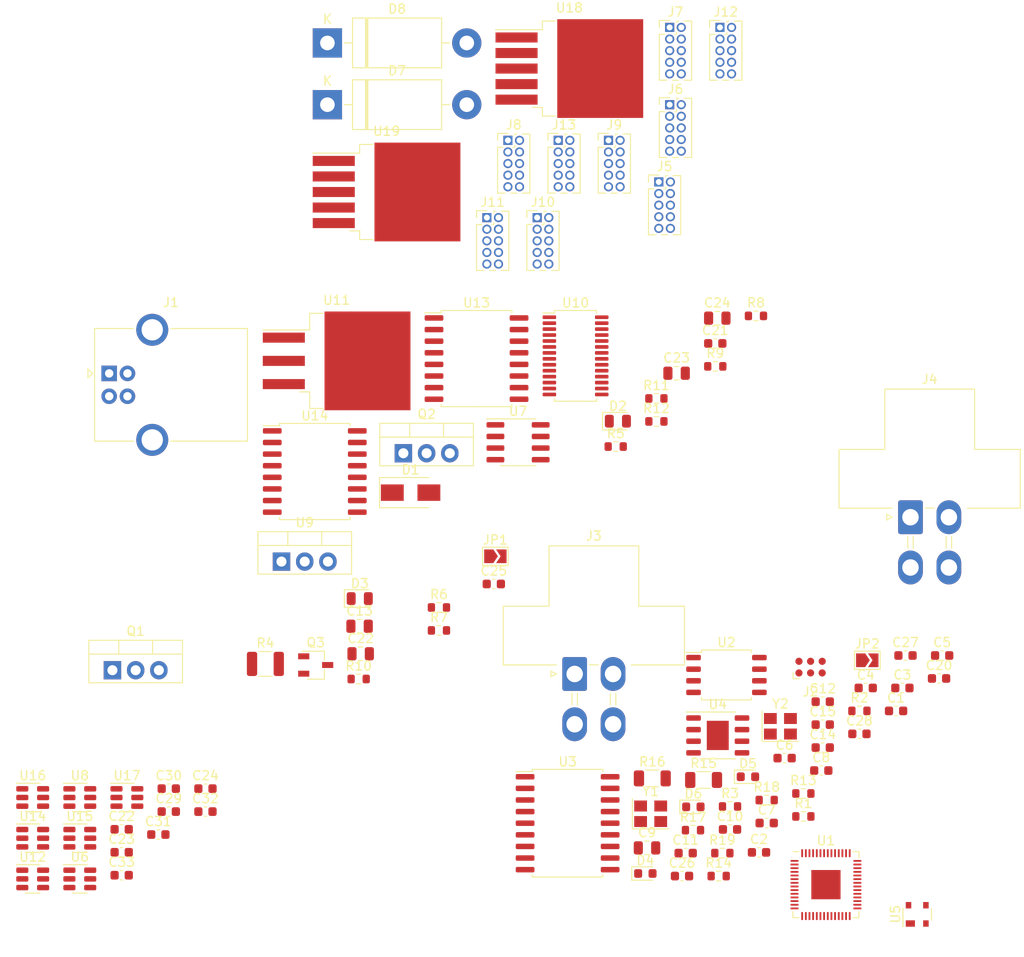
<source format=kicad_pcb>
(kicad_pcb (version 20211014) (generator pcbnew)
  (layers (0 "F.Cu" signal) (31 "B.Cu" signal) (34 "B.Paste" user) (35 "F.Paste" user) (36 "B.SilkS" user "B.Silkscreen") (37 "F.SilkS" user "F.Silkscreen") (38 "B.Mask" user) (39 "F.Mask" user) (44 "Edge.Cuts" user))
  (net 0 "")
  (net 1 "+3V3")
  (net 2 "GND")
  (net 3 "/CAN_CLOCK_A")
  (net 4 "/CAN_CLOCK_B")
  (net 5 "+1V1")
  (net 6 "/xin")
  (net 7 "/xout")
  (net 8 "Net-(C9-Pad1)")
  (net 9 "Net-(C21-Pad1)")
  (net 10 "Net-(C22-Pad1)")
  (net 11 "GND1")
  (net 12 "Net-(C23-Pad1)")
  (net 13 "Net-(C25-Pad1)")
  (net 14 "Net-(D1-Pad1)")
  (net 15 "Net-(D2-Pad1)")
  (net 16 "+12VA")
  (net 17 "Net-(D3-Pad1)")
  (net 18 "/d-")
  (net 19 "/d+")
  (net 20 "+12V")
  (net 21 "Net-(Q1-Pad1)")
  (net 22 "Net-(Q2-Pad1)")
  (net 23 "Net-(Q2-Pad2)")
  (net 24 "Net-(Q3-Pad3)")
  (net 25 "Net-(R1-Pad1)")
  (net 26 "CAN+")
  (net 27 "CAN-")
  (net 28 "Net-(R5-Pad2)")
  (net 29 "/D+")
  (net 30 "/D-")
  (net 31 "VDDA")
  (net 32 "/MEMORY_CS")
  (net 33 "Net-(D4-Pad1)")
  (net 34 "/LED_GREEN")
  (net 35 "Net-(D5-Pad1)")
  (net 36 "/LED_BLUE")
  (net 37 "Net-(D6-Pad1)")
  (net 38 "/LED_RED")
  (net 44 "Net-(J1-Pad1)")
  (net 45 "Net-(JP2-Pad2)")
  (net 48 "Net-(R2-Pad2)")
  (net 49 "Net-(R14-Pad1)")
  (net 50 "Net-(R13-Pad1)")
  (net 51 "Net-(U1-Pad55)")
  (net 52 "Net-(U1-Pad54)")
  (net 53 "Net-(U1-Pad53)")
  (net 54 "Net-(U1-Pad52)")
  (net 55 "Net-(U1-Pad51)")
  (net 56 "Net-(U3-Pad1)")
  (net 57 "Net-(U3-Pad2)")
  (net 66 "/SPI_MISO")
  (net 67 "/SPI_MOSI")
  (net 68 "/SPI_SCK")
  (net 69 "/USB_D-")
  (net 70 "/USB_D+")
  (net 71 "/SYS_SWDIO")
  (net 72 "/SYS_SWCLK")
  (net 73 "/I2C1_SCL")
  (net 74 "/I2C1_SDA")
  (net 75 "+5V")
  (net 76 "/PWM_FUEL1")
  (net 77 "/PWM_FUEL2")
  (net 78 "/PWM_BAR1")
  (net 79 "/PWM_BAR2")
  (net 80 "/PWM_BAR3")
  (net 81 "/PWM_VEL")
  (net 82 "/PWM_OD")
  (net 83 "/PWM_BACK_1")
  (net 84 "/PWM_BACK_2")
  (net 101 "/CLK2")
  (net 102 "/MISO2")
  (net 103 "/MOSI2")
  (net 104 "/CS_CAN")
  (net 108 "/CLK")
  (net 109 "/MISO")
  (net 110 "/MOSI")
  (net 114 "/DISPLAY_CS")
  (net 115 "/BATT_CS")
  (net 117 "/OIL_TEMP_CS")
  (net 118 "/OIL_CS")
  (net 121 "/TEMP_CS")
  (net 122 "/PWM_BACK_RPM")
  (net 123 "/PWM_SPEED1")
  (net 124 "/PWM_SPEED2")
  (net 125 "/PWM_BACK_FUEL")
  (net 126 "/PWM_BACK_BATT")
  (net 127 "/PWM_BACK_OIL_TEMP")
  (net 130 "/PWM_BACK_DISPLAY")
  (net 131 "/PWM_BACK_OIL")
  (net 132 "/PWM_BACK_O2")
  (net 133 "/PWM_BACK_TEMP")
  (net 134 "/RPM_CS")
  (net 135 "/SPEED_CS")
  (net 136 "/FUEL_CS")
  (net 137 "/O2_CS")
  (net 148 "/PWM_BACK_FUEl")
  (footprint "Capacitor_SMD:C_0603_1608Metric" (layer "F.Cu") (at 171.681 120.3504)
    (fp_text reference "C11" (at 0 -1.43) (layer "F.SilkS"))
    (fp_text value "100nF")
    (pad "1" smd roundrect (at -0.775 0) (size 0.9 0.95) (layers "F.Cu" "F.Paste" "F.Mask") (net 1 "+3V3"))
    (pad "2" smd roundrect (at 0.775 0) (size 0.9 0.95) (layers "F.Cu" "F.Paste" "F.Mask") (net 2 "GND"))
  )
  (footprint "Capacitor_SMD:C_0603_1608Metric" (layer "F.Cu") (at 186.671 106.3004)
    (fp_text reference "C15" (at 0 -1.43) (layer "F.SilkS"))
    (fp_text value "100nF")
    (pad "1" smd roundrect (at -0.775 0) (size 0.9 0.95) (layers "F.Cu" "F.Paste" "F.Mask") (net 1 "+3V3"))
    (pad "2" smd roundrect (at 0.775 0) (size 0.9 0.95) (layers "F.Cu" "F.Paste" "F.Mask") (net 2 "GND"))
  )
  (footprint "Package_TO_SOT_SMD:SOT-143" (layer "F.Cu") (at 197.0024 127.0508 90)
    (fp_text reference "U5" (at 0.02 -2.38 90) (layer "F.SilkS"))
    (fp_text value "TPD2E2U06")
    (pad "1" smd rect (at -1 -0.75 90) (size 0.7 1) (layers "F.Cu" "F.Paste" "F.Mask") (net 2 "GND"))
    (pad "2" smd rect (at -1 0.95 90) (size 0.7 0.6) (layers "F.Cu" "F.Paste" "F.Mask") (net 70 "/USB_D+"))
    (pad "3" smd rect (at 1 0.95 90) (size 0.7 0.6) (layers "F.Cu" "F.Paste" "F.Mask") (net 69 "/USB_D-"))
    (pad "4" smd rect (at 1 -0.95 90) (size 0.7 0.6) (layers "F.Cu" "F.Paste" "F.Mask") (net 44 "Net-(J1-Pad1)"))
  )
  (footprint "Capacitor_SMD:C_0603_1608Metric" (layer "F.Cu") (at 174.918 64.609)
    (fp_text reference "C21" (at 0 -1.43) (layer "F.SilkS"))
    (fp_text value "47nF")
    (pad "1" smd roundrect locked (at -0.775 0) (size 0.9 0.95) (layers "F.Cu" "F.Paste" "F.Mask") (net 9 "Net-(C21-Pad1)"))
    (pad "2" smd roundrect locked (at 0.775 0) (size 0.9 0.95) (layers "F.Cu" "F.Paste" "F.Mask") (net 2 "GND"))
  )
  (footprint "Resistor_SMD:R_0603_1608Metric" (layer "F.Cu") (at 184.551 116.3404)
    (fp_text reference "R1" (at 0 -1.43) (layer "F.SilkS"))
    (fp_text value "27R")
    (pad "1" smd roundrect (at -0.825 0) (size 0.8 0.95) (layers "F.Cu" "F.Paste" "F.Mask") (net 25 "Net-(R1-Pad1)"))
    (pad "2" smd roundrect (at 0.825 0) (size 0.8 0.95) (layers "F.Cu" "F.Paste" "F.Mask") (net 69 "/USB_D-"))
  )
  (footprint "Resistor_SMD:R_0603_1608Metric" (layer "F.Cu") (at 190.681 104.8004)
    (fp_text reference "R2" (at 0 -1.43) (layer "F.SilkS"))
    (fp_text value "27R")
    (pad "1" smd roundrect (at -0.825 0) (size 0.8 0.95) (layers "F.Cu" "F.Paste" "F.Mask") (net 70 "/USB_D+"))
    (pad "2" smd roundrect (at 0.825 0) (size 0.8 0.95) (layers "F.Cu" "F.Paste" "F.Mask") (net 48 "Net-(R2-Pad2)"))
  )
  (footprint "Package_TO_SOT_SMD:TSOT-23" (layer "F.Cu") (at 131.218 99.779)
    (fp_text reference "Q3" (at 0 -2.45) (layer "F.SilkS"))
    (fp_text value "2N3904")
    (pad "1" smd rect locked (at -1.31 -0.95) (size 1.22 0.65) (layers "F.Cu" "F.Paste" "F.Mask") (net 16 "+12VA"))
    (pad "2" smd rect locked (at -1.31 0.95) (size 1.22 0.65) (layers "F.Cu" "F.Paste" "F.Mask") (net 15 "Net-(D2-Pad1)"))
    (pad "3" smd rect locked (at 1.31 0) (size 1.22 0.65) (layers "F.Cu" "F.Paste" "F.Mask") (net 24 "Net-(Q3-Pad3)"))
  )
  (footprint "Resistor_SMD:R_0603_1608Metric" (layer "F.Cu") (at 175.691 120.3504)
    (fp_text reference "R19" (at 0 -1.43) (layer "F.SilkS"))
    (fp_text value "1k")
    (pad "1" smd roundrect (at -0.825 0) (size 0.8 0.95) (layers "F.Cu" "F.Paste" "F.Mask") (net 2 "GND"))
    (pad "2" smd roundrect (at 0.825 0) (size 0.8 0.95) (layers "F.Cu" "F.Paste" "F.Mask") (net 37 "Net-(D6-Pad1)"))
  )
  (footprint "Resistor_SMD:R_0603_1608Metric" (layer "F.Cu") (at 144.698 93.489)
    (fp_text reference "R6" (at 0 -1.43) (layer "F.SilkS"))
    (fp_text value "4.99K 1/10W")
    (pad "1" smd roundrect locked (at -0.825 0) (size 0.8 0.95) (layers "F.Cu" "F.Paste" "F.Mask") (net 2 "GND"))
    (pad "2" smd roundrect locked (at 0.825 0) (size 0.8 0.95) (layers "F.Cu" "F.Paste" "F.Mask") (net 28 "Net-(R5-Pad2)"))
  )
  (footprint "Resistor_SMD:R_0603_1608Metric" (layer "F.Cu") (at 184.551 113.8304)
    (fp_text reference "R13" (at 0 -1.43) (layer "F.SilkS"))
    (fp_text value "10k")
    (pad "1" smd roundrect (at -0.825 0) (size 0.8 0.95) (layers "F.Cu" "F.Paste" "F.Mask") (net 50 "Net-(R13-Pad1)"))
    (pad "2" smd roundrect (at 0.825 0) (size 0.8 0.95) (layers "F.Cu" "F.Paste" "F.Mask") (net 1 "+3V3"))
  )
  (footprint "Package_SO:SOIC-8_5.23x5.23mm_P1.27mm" (layer "F.Cu") (at 176.141 100.8704)
    (fp_text reference "U2" (at 0 -3.56) (layer "F.SilkS"))
    (fp_text value "W25Q128JVS")
    (pad "1" smd roundrect (at -3.6 -1.905) (size 1.6 0.6) (layers "F.Cu" "F.Paste" "F.Mask") (net 49 "Net-(R14-Pad1)"))
    (pad "2" smd roundrect (at -3.6 -0.635) (size 1.6 0.6) (layers "F.Cu" "F.Paste" "F.Mask") (net 51 "Net-(U1-Pad55)"))
    (pad "3" smd roundrect (at -3.6 0.635) (size 1.6 0.6) (layers "F.Cu" "F.Paste" "F.Mask") (net 52 "Net-(U1-Pad54)"))
    (pad "4" smd roundrect (at -3.6 1.905) (size 1.6 0.6) (layers "F.Cu" "F.Paste" "F.Mask") (net 2 "GND"))
    (pad "5" smd roundrect (at 3.6 1.905) (size 1.6 0.6) (layers "F.Cu" "F.Paste" "F.Mask") (net 53 "Net-(U1-Pad53)"))
    (pad "6" smd roundrect (at 3.6 0.635) (size 1.6 0.6) (layers "F.Cu" "F.Paste" "F.Mask") (net 54 "Net-(U1-Pad52)"))
    (pad "7" smd roundrect (at 3.6 -0.635) (size 1.6 0.6) (layers "F.Cu" "F.Paste" "F.Mask") (net 55 "Net-(U1-Pad51)"))
    (pad "8" smd roundrect (at 3.6 -1.905) (size 1.6 0.6) (layers "F.Cu" "F.Paste" "F.Mask") (net 1 "+3V3"))
  )
  (footprint "Capacitor_SMD:C_0603_1608Metric" (layer "F.Cu") (at 180.541 117.0604)
    (fp_text reference "C7" (at 0 -1.43) (layer "F.SilkS"))
    (fp_text value "2.2uF")
    (pad "1" smd roundrect (at -0.775 0) (size 0.9 0.95) (layers "F.Cu" "F.Paste" "F.Mask") (net 2 "GND"))
    (pad "2" smd roundrect (at 0.775 0) (size 0.9 0.95) (layers "F.Cu" "F.Paste" "F.Mask") (net 1 "+3V3"))
  )
  (footprint "Capacitor_SMD:C_0603_1608Metric" (layer "F.Cu") (at 186.671 103.7904)
    (fp_text reference "C12" (at 0 -1.43) (layer "F.SilkS"))
    (fp_text value "100nF")
    (pad "1" smd roundrect (at -0.775 0) (size 0.9 0.95) (layers "F.Cu" "F.Paste" "F.Mask") (net 1 "+3V3"))
    (pad "2" smd roundrect (at 0.775 0) (size 0.9 0.95) (layers "F.Cu" "F.Paste" "F.Mask") (net 2 "GND"))
  )
  (footprint "Capacitor_SMD:C_0805_2012Metric" (layer "F.Cu") (at 175.138 61.849)
    (fp_text reference "C24" (at 0 -1.68) (layer "F.SilkS"))
    (fp_text value "100nF")
    (pad "1" smd roundrect locked (at -0.95 0) (size 1 1.45) (layers "F.Cu" "F.Paste" "F.Mask") (net 1 "+3V3"))
    (pad "2" smd roundrect locked (at 0.95 0) (size 1 1.45) (layers "F.Cu" "F.Paste" "F.Mask") (net 2 "GND"))
  )
  (footprint "Capacitor_SMD:C_0603_1608Metric" (layer "F.Cu") (at 119.16 113.3)
    (fp_text reference "C24" (at 0 -1.43) (layer "F.SilkS"))
    (fp_text value "100nF")
    (pad "1" smd roundrect (at -0.775 0) (size 0.9 0.95) (layers "F.Cu" "F.Paste" "F.Mask") (net 2 "GND"))
    (pad "2" smd roundrect (at 0.775 0) (size 0.9 0.95) (layers "F.Cu" "F.Paste" "F.Mask") (net 1 "+3V3"))
  )
  (footprint "Connector_PinHeader_1.27mm:PinHeader_2x05_P1.27mm_Vertical" (layer "F.Cu") (at 169.93 38.5)
    (fp_text reference "J6" (at 0.635 -1.695) (layer "F.SilkS"))
    (fp_text value "DISPLAY1")
    (pad "1" thru_hole rect (at 0 0) (size 1 1) (drill 0.65) (layers *.Cu *.Mask) (net 75 "+5V"))
    (pad "2" thru_hole oval (at 1.27 0) (size 1 1) (drill 0.65) (layers *.Cu *.Mask) (net 75 "+5V"))
    (pad "3" thru_hole oval (at 0 1.27) (size 1 1) (drill 0.65) (layers *.Cu *.Mask) (net 108 "/CLK"))
    (pad "4" thru_hole oval (at 1.27 1.27) (size 1 1) (drill 0.65) (layers *.Cu *.Mask) (net 114 "/DISPLAY_CS"))
    (pad "5" thru_hole oval (at 0 2.54) (size 1 1) (drill 0.65) (layers *.Cu *.Mask) (net 109 "/MISO"))
    (pad "6" thru_hole oval (at 1.27 2.54) (size 1 1) (drill 0.65) (layers *.Cu *.Mask))
    (pad "7" thru_hole oval (at 0 3.81) (size 1 1) (drill 0.65) (layers *.Cu *.Mask) (net 110 "/MOSI"))
    (pad "8" thru_hole oval (at 1.27 3.81) (size 1 1) (drill 0.65) (layers *.Cu *.Mask) (net 130 "/PWM_BACK_DISPLAY"))
    (pad "9" thru_hole oval (at 0 5.08) (size 1 1) (drill 0.65) (layers *.Cu *.Mask) (net 2 "GND"))
    (pad "10" thru_hole oval (at 1.27 5.08) (size 1 1) (drill 0.65) (layers *.Cu *.Mask) (net 2 "GND"))
  )
  (footprint "Diode_SMD:D_SMA" (layer "F.Cu") (at 141.598 80.929)
    (fp_text reference "D1" (at 0 -2.5) (layer "F.SilkS"))
    (fp_text value "SMAJ58CA")
    (pad "1" smd rect locked (at -2 0) (size 2.5 1.8) (layers "F.Cu" "F.Paste" "F.Mask") (net 14 "Net-(D1-Pad1)"))
    (pad "2" smd rect locked (at 2 0) (size 2.5 1.8) (layers "F.Cu" "F.Paste" "F.Mask") (net 2 "GND"))
  )
  (footprint "Connector_PinHeader_1.27mm:PinHeader_2x05_P1.27mm_Vertical" (layer "F.Cu") (at 152.24 42.4)
    (fp_text reference "J8" (at 0.635 -1.695) (layer "F.SilkS"))
    (fp_text value "TEMP1")
    (pad "1" thru_hole rect (at 0 0) (size 1 1) (drill 0.65) (layers *.Cu *.Mask) (net 75 "+5V"))
    (pad "2" thru_hole oval (at 1.27 0) (size 1 1) (drill 0.65) (layers *.Cu *.Mask) (net 75 "+5V"))
    (pad "3" thru_hole oval (at 0 1.27) (size 1 1) (drill 0.65) (layers *.Cu *.Mask) (net 108 "/CLK"))
    (pad "4" thru_hole oval (at 1.27 1.27) (size 1 1) (drill 0.65) (layers *.Cu *.Mask) (net 121 "/TEMP_CS"))
    (pad "5" thru_hole oval (at 0 2.54) (size 1 1) (drill 0.65) (layers *.Cu *.Mask) (net 109 "/MISO"))
    (pad "6" thru_hole oval (at 1.27 2.54) (size 1 1) (drill 0.65) (layers *.Cu *.Mask))
    (pad "7" thru_hole oval (at 0 3.81) (size 1 1) (drill 0.65) (layers *.Cu *.Mask) (net 110 "/MOSI"))
    (pad "8" thru_hole oval (at 1.27 3.81) (size 1 1) (drill 0.65) (layers *.Cu *.Mask) (net 133 "/PWM_BACK_TEMP"))
    (pad "9" thru_hole oval (at 0 5.08) (size 1 1) (drill 0.65) (layers *.Cu *.Mask) (net 2 "GND"))
    (pad "10" thru_hole oval (at 1.27 5.08) (size 1 1) (drill 0.65) (layers *.Cu *.Mask) (net 2 "GND"))
  )
  (footprint "Package_TO_SOT_SMD:TO-263-3_TabPin2" (layer "F.Cu") (at 133.508 66.519)
    (fp_text reference "U11" (at 0 -6.65) (layer "F.SilkS"))
    (fp_text value "MIC2940A-3.3WU")
    (pad "1" smd rect locked (at -5.775 -2.54) (size 4.6 1.1) (layers "F.Cu" "F.Paste" "F.Mask") (net 20 "+12V"))
    (pad "2" smd rect locked (at 3.375 0) (size 9.4 10.8) (layers "F.Cu" "F.Mask") (net 2 "GND"))
    (pad "2" smd rect locked (at -5.775 0) (size 4.6 1.1) (layers "F.Cu" "F.Paste" "F.Mask") (net 2 "GND"))
    (pad "3" smd rect locked (at -5.775 2.54) (size 4.6 1.1) (layers "F.Cu" "F.Paste" "F.Mask") (net 1 "+3V3"))
  )
  (footprint "Capacitor_SMD:C_0603_1608Metric" (layer "F.Cu") (at 195.381 102.2904)
    (fp_text reference "C3" (at 0 -1.43) (layer "F.SilkS"))
    (fp_text value "2.2uF")
    (pad "1" smd roundrect (at -0.775 0) (size 0.9 0.95) (layers "F.Cu" "F.Paste" "F.Mask") (net 2 "GND"))
    (pad "2" smd roundrect (at 0.775 0) (size 0.9 0.95) (layers "F.Cu" "F.Paste" "F.Mask") (net 1 "+3V3"))
  )
  (footprint "Resistor_SMD:R_0603_1608Metric" (layer "F.Cu") (at 168.478 70.629)
    (fp_text reference "R11" (at 0 -1.43) (layer "F.SilkS"))
    (fp_text value "22r")
    (pad "1" smd roundrect locked (at -0.825 0) (size 0.8 0.95) (layers "F.Cu" "F.Paste" "F.Mask") (net 30 "/D-"))
    (pad "2" smd roundrect locked (at 0.825 0) (size 0.8 0.95) (layers "F.Cu" "F.Paste" "F.Mask") (net 18 "/d-"))
  )
  (footprint "Crystal:Crystal_SMD_3225-4Pin_3.2x2.5mm" (layer "F.Cu") (at 182.041 106.4804)
    (fp_text reference "Y2" (at 0 -2.45) (layer "F.SilkS"))
    (fp_text value "12MHz")
    (pad "1" smd rect (at -1.1 0.85) (size 1.4 1.2) (layers "F.Cu" "F.Paste" "F.Mask") (net 2 "GND"))
    (pad "2" smd rect (at 1.1 0.85) (size 1.4 1.2) (layers "F.Cu" "F.Paste" "F.Mask") (net 6 "/xin"))
    (pad "3" smd rect (at 1.1 -0.85) (size 1.4 1.2) (layers "F.Cu" "F.Paste" "F.Mask") (net 2 "GND"))
    (pad "4" smd rect (at -1.1 -0.85) (size 1.4 1.2) (layers "F.Cu" "F.Paste" "F.Mask") (net 7 "/xout"))
  )
  (footprint "Connector_PinHeader_1.27mm:PinHeader_2x05_P1.27mm_Vertical" (layer "F.Cu") (at 168.74 46.95)
    (fp_text reference "J5" (at 0.635 -1.695) (layer "F.SilkS"))
    (fp_text value "SPEED_CONN1")
    (pad "1" thru_hole rect (at 0 0) (size 1 1) (drill 0.65) (layers *.Cu *.Mask) (net 75 "+5V"))
    (pad "2" thru_hole oval (at 1.27 0) (size 1 1) (drill 0.65) (layers *.Cu *.Mask) (net 75 "+5V"))
    (pad "3" thru_hole oval (at 0 1.27) (size 1 1) (drill 0.65) (layers *.Cu *.Mask) (net 108 "/CLK"))
    (pad "4" thru_hole oval (at 1.27 1.27) (size 1 1) (drill 0.65) (layers *.Cu *.Mask) (net 135 "/SPEED_CS"))
    (pad "5" thru_hole oval (at 0 2.54) (size 1 1) (drill 0.65) (layers *.Cu *.Mask) (net 109 "/MISO"))
    (pad "6" thru_hole oval (at 1.27 2.54) (size 1 1) (drill 0.65) (layers *.Cu *.Mask) (net 123 "/PWM_SPEED1"))
    (pad "7" thru_hole oval (at 0 3.81) (size 1 1) (drill 0.65) (layers *.Cu *.Mask) (net 110 "/MOSI"))
    (pad "8" thru_hole oval (at 1.27 3.81) (size 1 1) (drill 0.65) (layers *.Cu *.Mask) (net 124 "/PWM_SPEED2"))
    (pad "9" thru_hole oval (at 0 5.08) (size 1 1) (drill 0.65) (layers *.Cu *.Mask) (net 2 "GND"))
    (pad "10" thru_hole oval (at 1.27 5.08) (size 1 1) (drill 0.65) (layers *.Cu *.Mask) (net 2 "GND"))
  )
  (footprint "Capacitor_SMD:C_0805_2012Metric" (layer "F.Cu") (at 136.018 95.539)
    (fp_text reference "C13" (at 0 -1.68) (layer "F.SilkS"))
    (fp_text value "100nF")
    (pad "1" smd roundrect locked (at -0.95 0) (size 1 1.45) (layers "F.Cu" "F.Paste" "F.Mask") (net 1 "+3V3"))
    (pad "2" smd roundrect locked (at 0.95 0) (size 1 1.45) (layers "F.Cu" "F.Paste" "F.Mask") (net 2 "GND"))
  )
  (footprint "Capacitor_SMD:C_0805_2012Metric" (layer "F.Cu") (at 136.138 98.549)
    (fp_text reference "C22" (at 0 -1.68) (layer "F.SilkS"))
    (fp_text value "100nF")
    (pad "1" smd roundrect locked (at -0.95 0) (size 1 1.45) (layers "F.Cu" "F.Paste" "F.Mask") (net 10 "Net-(C22-Pad1)"))
    (pad "2" smd roundrect locked (at 0.95 0) (size 1 1.45) (layers "F.Cu" "F.Paste" "F.Mask") (net 11 "GND1"))
  )
  (footprint "Jumper:SolderJumper-2_P1.3mm_Open_TrianglePad1.0x1.5mm" (layer "F.Cu") (at 150.868 87.889)
    (fp_text reference "JP1" (at 0 -1.8) (layer "F.SilkS"))
    (fp_text value "Jumper_NO_Small")
    (pad "1" smd custom locked (at -0.725 0) (size 0.3 0.3) (layers "F.Cu" "F.Mask") (net 16 "+12VA") (options (clearance outline) (anchor rect)) (primitives (gr_poly (pts (xy 1 0) (xy 0.5 0.75) (xy -0.5 0.75) (xy -0.5 -0.75) (xy 0.5 -0.75)) (width 0) (fill yes))))
    (pad "2" smd custom locked (at 0.725 0) (size 0.3 0.3) (layers "F.Cu" "F.Mask") (net 20 "+12V") (options (clearance outline) (anchor rect)) (primitives (gr_poly (pts (xy 0.5 0.75) (xy -0.65 0.75) (xy -0.15 0) (xy -0.65 -0.75) (xy 0.5 -0.75)) (width 0) (fill yes))))
  )
  (footprint "Resistor_SMD:R_1206_3216Metric" (layer "F.Cu") (at 168.031 112.1804)
    (fp_text reference "R16" (at 0 -1.82) (layer "F.SilkS"))
    (fp_text value "30R")
    (pad "1" smd roundrect (at -1.4625 0) (size 1.125 1.75) (layers "F.Cu" "F.Paste" "F.Mask") (roundrect_rratio 0.222222) (net 8 "Net-(C9-Pad1)"))
    (pad "2" smd roundrect (at 1.4625 0) (size 1.125 1.75) (layers "F.Cu" "F.Paste" "F.Mask") (roundrect_rratio 0.222222) (net 27 "CAN-"))
  )
  (footprint "Capacitor_SMD:C_0603_1608Metric" (layer "F.Cu") (at 195.721 98.7404)
    (fp_text reference "C27" (at 0 -1.43) (layer "F.SilkS"))
    (fp_text value "100nF")
    (pad "1" smd roundrect (at -0.775 0) (size 0.9 0.95) (layers "F.Cu" "F.Paste" "F.Mask") (net 5 "+1V1"))
    (pad "2" smd roundrect (at 0.775 0) (size 0.9 0.95) (layers "F.Cu" "F.Paste" "F.Mask") (net 2 "GND"))
  )
  (footprint "Connector:Tag-Connect_TC2030-IDC-NL_2x03_P1.27mm_Vertical" (layer "F.Cu") (at 185.341 100.0104)
    (fp_text reference "J2" (at 0 2.7) (layer "F.SilkS"))
    (fp_text value "Tag connect")
    (pad "" np_thru_hole circle (at -2.54 0) (size 0.9906 0.9906) (drill 0.9906) (layers *.Cu *.Mask))
    (pad "" np_thru_hole circle (at 2.54 -1.016) (size 0.9906 0.9906) (drill 0.9906) (layers *.Cu *.Mask))
    (pad "" np_thru_hole circle (at 2.54 1.016) (size 0.9906 0.9906) (drill 0.9906) (layers *.Cu *.Mask))
    (pad "1" connect circle (at -1.27 0.635) (size 0.7874 0.7874) (layers "F.Cu" "F.Mask") (net 1 "+3V3"))
    (pad "2" connect circle (at -1.27 -0.635) (size 0.7874 0.7874) (layers "F.Cu" "F.Mask") (net 71 "/SYS_SWDIO"))
    (pad "3" connect circle (at 0 0.635) (size 0.7874 0.7874) (layers "F.Cu" "F.Mask"))
    (pad "4" connect circle (at 0 -0.635) (size 0.7874 0.7874) (layers "F.Cu" "F.Mask") (net 72 "/SYS_SWCLK"))
    (pad "5" connect circle (at 1.27 0.635) (size 0.7874 0.7874) (layers "F.Cu" "F.Mask") (net 2 "GND"))
    (pad "6" connect circle (at 1.27 -0.635) (size 0.7874 0.7874) (layers "F.Cu" "F.Mask"))
  )
  (footprint "Capacitor_SMD:C_0603_1608Metric" (layer "F.Cu") (at 179.701 120.2704)
    (fp_text reference "C2" (at 0 -1.43) (layer "F.SilkS"))
    (fp_text value "30pF")
    (pad "1" smd roundrect (at -0.775 0) (size 0.9 0.95) (layers "F.Cu" "F.Paste" "F.Mask") (net 2 "GND"))
    (pad "2" smd roundrect (at 0.775 0) (size 0.9 0.95) (layers "F.Cu" "F.Paste" "F.Mask") (net 4 "/CAN_CLOCK_B"))
  )
  (footprint "Package_TO_SOT_SMD:SOT-23-6" (layer "F.Cu") (at 100.27 118.72)
    (fp_text reference "U14" (at 0 -2.4) (layer "F.SilkS"))
    (fp_text value "SRV05-4")
    (pad "1" smd roundrect (at -1.1375 -0.95) (size 1.325 0.6) (layers "F.Cu" "F.Paste" "F.Mask") (net 126 "/PWM_BACK_BATT"))
    (pad "2" smd roundrect (at -1.1375 0) (size 1.325 0.6) (layers "F.Cu" "F.Paste" "F.Mask") (net 2 "GND"))
    (pad "3" smd roundrect (at -1.1375 0.95) (size 1.325 0.6) (layers "F.Cu" "F.Paste" "F.Mask") (net 127 "/PWM_BACK_OIL_TEMP"))
    (pad "4" smd roundrect (at 1.1375 0.95) (size 1.325 0.6) (layers "F.Cu" "F.Paste" "F.Mask"))
    (pad "5" smd roundrect (at 1.1375 0) (size 1.325 0.6) (layers "F.Cu" "F.Paste" "F.Mask") (net 1 "+3V3"))
    (pad "6" smd roundrect (at 1.1375 -0.95) (size 1.325 0.6) (layers "F.Cu" "F.Paste" "F.Mask"))
  )
  (footprint "Resistor_SMD:R_0603_1608Metric" (layer "F.Cu") (at 164.028 75.889)
    (fp_text reference "R5" (at 0 -1.43) (layer "F.SilkS"))
    (fp_text value "57.6K 1/10W")
    (pad "1" smd roundrect locked (at -0.825 0) (size 0.8 0.95) (layers "F.Cu" "F.Paste" "F.Mask") (net 20 "+12V"))
    (pad "2" smd roundrect locked (at 0.825 0) (size 0.8 0.95) (layers "F.Cu" "F.Paste" "F.Mask") (net 28 "Net-(R5-Pad2)"))
  )
  (footprint "Resistor_SMD:R_1210_3225Metric" (layer "F.Cu") (at 125.718 99.659)
    (fp_text reference "R4" (at 0 -2.28) (layer "F.SilkS"))
    (fp_text value "0.01R")
    (pad "1" smd roundrect locked (at -1.4625 0) (size 1.125 2.65) (layers "F.Cu" "F.Paste" "F.Mask") (roundrect_rratio 0.222222) (net 20 "+12V"))
    (pad "2" smd roundrect locked (at 1.4625 0) (size 1.125 2.65) (layers "F.Cu" "F.Paste" "F.Mask") (roundrect_rratio 0.222222) (net 23 "Net-(Q2-Pad2)"))
  )
  (footprint "Capacitor_SMD:C_0603_1608Metric" (layer "F.Cu") (at 199.731 98.7404)
    (fp_text reference "C5" (at 0 -1.43) (layer "F.SilkS"))
    (fp_text value "30pF")
    (pad "1" smd roundrect (at -0.775 0) (size 0.9 0.95) (layers "F.Cu" "F.Paste" "F.Mask") (net 2 "GND"))
    (pad "2" smd roundrect (at 0.775 0) (size 0.9 0.95) (layers "F.Cu" "F.Paste" "F.Mask") (net 6 "/xin"))
  )
  (footprint "Package_TO_SOT_SMD:SOT-23-6" (layer "F.Cu") (at 100.27 123.17)
    (fp_text reference "U12" (at 0 -2.4) (layer "F.SilkS"))
    (fp_text value "SRV05-4")
    (pad "1" smd roundrect (at -1.1375 -0.95) (size 1.325 0.6) (layers "F.Cu" "F.Paste" "F.Mask") (net 122 "/PWM_BACK_RPM"))
    (pad "2" smd roundrect (at -1.1375 0) (size 1.325 0.6) (layers "F.Cu" "F.Paste" "F.Mask") (net 2 "GND"))
    (pad "3" smd roundrect (at -1.1375 0.95) (size 1.325 0.6) (layers "F.Cu" "F.Paste" "F.Mask") (net 125 "/PWM_BACK_FUEL"))
    (pad "4" smd roundrect (at 1.1375 0.95) (size 1.325 0.6) (layers "F.Cu" "F.Paste" "F.Mask") (net 123 "/PWM_SPEED1"))
    (pad "5" smd roundrect (at 1.1375 0) (size 1.325 0.6) (layers "F.Cu" "F.Paste" "F.Mask") (net 1 "+3V3"))
    (pad "6" smd roundrect (at 1.1375 -0.95) (size 1.325 0.6) (layers "F.Cu" "F.Paste" "F.Mask") (net 124 "/PWM_SPEED2"))
  )
  (footprint "Package_SO:SOIC-16W_7.5x10.3mm_P1.27mm" (layer "F.Cu") (at 148.808 66.269)
    (fp_text reference "U13" (at 0 -6.1) (layer "F.SilkS"))
    (fp_text value "LT4363IMS")
    (pad "1" smd roundrect locked (at -4.65 -4.445) (size 2.05 0.6) (layers "F.Cu" "F.Paste" "F.Mask") (net 28 "Net-(R5-Pad2)"))
    (pad "2" smd roundrect locked (at -4.65 -3.175) (size 2.05 0.6) (layers "F.Cu" "F.Paste" "F.Mask") (net 20 "+12V"))
    (pad "3" smd roundrect locked (at -4.65 -1.905) (size 2.05 0.6) (layers "F.Cu" "F.Paste" "F.Mask") (net 23 "Net-(Q2-Pad2)"))
    (pad "4" smd roundrect locked (at -4.65 -0.635) (size 2.05 0.6) (layers "F.Cu" "F.Paste" "F.Mask") (net 9 "Net-(C21-Pad1)"))
    (pad "5" smd roundrect locked (at -4.65 0.635) (size 2.05 0.6) (layers "F.Cu" "F.Paste" "F.Mask") (net 14 "Net-(D1-Pad1)"))
    (pad "6" smd roundrect locked (at -4.65 1.905) (size 2.05 0.6) (layers "F.Cu" "F.Paste" "F.Mask"))
    (pad "7" smd roundrect locked (at -4.65 3.175) (size 2.05 0.6) (layers "F.Cu" "F.Paste" "F.Mask"))
    (pad "8" smd roundrect locked (at -4.65 4.445) (size 2.05 0.6) (layers "F.Cu" "F.Paste" "F.Mask"))
    (pad "9" smd roundrect locked (at 4.65 4.445) (size 2.05 0.6) (layers "F.Cu" "F.Paste" "F.Mask") (net 2 "GND"))
    (pad "10" smd roundrect locked (at 4.65 3.175) (size 2.05 0.6) (layers "F.Cu" "F.Paste" "F.Mask"))
    (pad "11" smd roundrect locked (at 4.65 1.905) (size 2.05 0.6) (layers "F.Cu" "F.Paste" "F.Mask"))
    (pad "12" smd roundrect locked (at 4.65 0.635) (size 2.05 0.6) (layers "F.Cu" "F.Paste" "F.Mask") (net 13 "Net-(C25-Pad1)"))
    (pad "13" smd roundrect locked (at 4.65 -0.635) (size 2.05 0.6) (layers "F.Cu" "F.Paste" "F.Mask"))
    (pad "14" smd roundrect locked (at 4.65 -1.905) (size 2.05 0.6) (layers "F.Cu" "F.Paste" "F.Mask"))
    (pad "15" smd roundrect locked (at 4.65 -3.175) (size 2.05 0.6) (layers "F.Cu" "F.Paste" "F.Mask"))
    (pad "16" smd roundrect locked (at 4.65 -4.445) (size 2.05 0.6) (layers "F.Cu" "F.Paste" "F.Mask"))
  )
  (footprint "LED_SMD:LED_0603_1608Metric" (layer "F.Cu") (at 167.271 122.5804)
    (fp_text reference "D4" (at 0 -1.43) (layer "F.SilkS"))
    (fp_text value "GREEN")
    (pad "1" smd roundrect (at -0.7875 0) (size 0.875 0.95) (layers "F.Cu" "F.Paste" "F.Mask") (net 33 "Net-(D4-Pad1)"))
    (pad "2" smd roundrect (at 0.7875 0) (size 0.875 0.95) (layers "F.Cu" "F.Paste" "F.Mask") (net 34 "/LED_GREEN"))
  )
  (footprint "Connector_PinHeader_1.27mm:PinHeader_2x05_P1.27mm_Vertical" (layer "F.Cu") (at 157.74 42.4)
    (fp_text reference "J13" (at 0.635 -1.695) (layer "F.SilkS"))
    (fp_text value "OIL_TEMP1")
    (pad "1" thru_hole rect (at 0 0) (size 1 1) (drill 0.65) (layers *.Cu *.Mask) (net 75 "+5V"))
    (pad "2" thru_hole oval (at 1.27 0) (size 1 1) (drill 0.65) (layers *.Cu *.Mask) (net 75 "+5V"))
    (pad "3" thru_hole oval (at 0 1.27) (size 1 1) (drill 0.65) (layers *.Cu *.Mask) (net 108 "/CLK"))
    (pad "4" thru_hole oval (at 1.27 1.27) (size 1 1) (drill 0.65) (layers *.Cu *.Mask) (net 117 "/OIL_TEMP_CS"))
    (pad "5" thru_hole oval (at 0 2.54) (size 1 1) (drill 0.65) (layers *.Cu *.Mask) (net 109 "/MISO"))
    (pad "6" thru_hole oval (at 1.27 2.54) (size 1 1) (drill 0.65) (layers *.Cu *.Mask))
    (pad "7" thru_hole oval (at 0 3.81) (size 1 1) (drill 0.65) (layers *.Cu *.Mask) (net 110 "/MOSI"))
    (pad "8" thru_hole oval (at 1.27 3.81) (size 1 1) (drill 0.65) (layers *.Cu *.Mask) (net 127 "/PWM_BACK_OIL_TEMP"))
    (pad "9" thru_hole oval (at 0 5.08) (size 1 1) (drill 0.65) (layers *.Cu *.Mask) (net 2 "GND"))
    (pad "10" thru_hole oval (at 1.27 5.08) (size 1 1) (drill 0.65) (layers *.Cu *.Mask) (net 2 "GND"))
  )
  (footprint "Package_SO:TSSOP-28_4.4x9.7mm_P0.65mm" (layer "F.Cu") (at 159.638 65.969)
    (fp_text reference "U10" (at 0 -5.8) (layer "F.SilkS"))
    (fp_text value "PCA9685PW")
    (pad "1" smd roundrect locked (at -2.8625 -4.225) (size 1.475 0.4) (layers "F.Cu" "F.Paste" "F.Mask") (net 2 "GND"))
    (pad "2" smd roundrect locked (at -2.8625 -3.575) (size 1.475 0.4) (layers "F.Cu" "F.Paste" "F.Mask") (net 2 "GND"))
    (pad "3" smd roundrect locked (at -2.8625 -2.925) (size 1.475 0.4) (layers "F.Cu" "F.Paste" "F.Mask") (net 2 "GND"))
    (pad "4" smd roundrect locked (at -2.8625 -2.275) (size 1.475 0.4) (layers "F.Cu" "F.Paste" "F.Mask") (net 2 "GND"))
    (pad "5" smd roundrect locked (at -2.8625 -1.625) (size 1.475 0.4) (layers "F.Cu" "F.Paste" "F.Mask") (net 2 "GND"))
    (pad "6" smd roundrect locked (at -2.8625 -0.975) (size 1.475 0.4) (layers "F.Cu" "F.Paste" "F.Mask") (net 122 "/PWM_BACK_RPM"))
    (pad "7" smd roundrect locked (at -2.8625 -0.325) (size 1.475 0.4) (layers "F.Cu" "F.Paste" "F.Mask") (net 123 "/PWM_SPEED1"))
    (pad "8" smd roundrect locked (at -2.8625 0.325) (size 1.475 0.4) (layers "F.Cu" "F.Paste" "F.Mask") (net 124 "/PWM_SPEED2"))
    (pad "9" smd roundrect locked (at -2.8625 0.975) (size 1.475 0.4) (layers "F.Cu" "F.Paste" "F.Mask") (net 76 "/PWM_FUEL1"))
    (pad "10" smd roundrect locked (at -2.8625 1.625) (size 1.475 0.4) (layers "F.Cu" "F.Paste" "F.Mask") (net 77 "/PWM_FUEL2"))
    (pad "11" smd roundrect locked (at -2.8625 2.275) (size 1.475 0.4) (layers "F.Cu" "F.Paste" "F.Mask") (net 78 "/PWM_BAR1"))
    (pad "12" smd roundrect locked (at -2.8625 2.925) (size 1.475 0.4) (layers "F.Cu" "F.Paste" "F.Mask") (net 79 "/PWM_BAR2"))
    (pad "13" smd roundrect locked (at -2.8625 3.575) (size 1.475 0.4) (layers "F.Cu" "F.Paste" "F.Mask") (net 80 "/PWM_BAR3"))
    (pad "14" smd roundrect locked (at -2.8625 4.225) (size 1.475 0.4) (layers "F.Cu" "F.Paste" "F.Mask") (net 2 "GND"))
    (pad "15" smd roundrect locked (at 2.8625 4.225) (size 1.475 0.4) (layers "F.Cu" "F.Paste" "F.Mask") (net 81 "/PWM_VEL"))
    (pad "16" smd roundrect locked (at 2.8625 3.575) (size 1.475 0.4) (layers "F.Cu" "F.Paste" "F.Mask") (net 82 "/PWM_OD"))
    (pad "17" smd roundrect locked (at 2.8625 2.925) (size 1.475 0.4) (layers "F.Cu" "F.Paste" "F.Mask") (net 83 "/PWM_BACK_1"))
    (pad "18" smd roundrect locked (at 2.8625 2.275) (size 1.475 0.4) (layers "F.Cu" "F.Paste" "F.Mask") (net 84 "/PWM_BACK_2"))
    (pad "19" smd roundrect locked (at 2.8625 1.625) (size 1.475 0.4) (layers "F.Cu" "F.Paste" "F.Mask"))
    (pad "20" smd roundrect locked (at 2.8625 0.975) (size 1.475 0.4) (layers "F.Cu" "F.Paste" "F.Mask"))
    (pad "21" smd roundrect locked (at 2.8625 0.325) (size 1.475 0.4) (layers "F.Cu" "F.Paste" "F.Mask"))
    (pad "22" smd roundrect locked (at 2.8625 -0.325) (size 1.475 0.4) (layers "F.Cu" "F.Paste" "F.Mask"))
    (pad "23" smd roundrect locked (at 2.8625 -0.975) (size 1.475 0.4) (layers "F.Cu" "F.Paste" "F.Mask") (net 2 "GND"))
    (pad "24" smd roundrect locked (at 2.8625 -1.625) (size 1.475 0.4) (layers "F.Cu" "F.Paste" "F.Mask") (net 2 "GND"))
    (pad "25" smd roundrect locked (at 2.8625 -2.275) (size 1.475 0.4) (layers "F.Cu" "F.Paste" "F.Mask"))
    (pad "26" smd roundrect locked (at 2.8625 -2.925) (size 1.475 0.4) (layers "F.Cu" "F.Paste" "F.Mask") (net 74 "/I2C1_SDA"))
    (pad "27" smd roundrect locked (at 2.8625 -3.575) (size 1.475 0.4) (layers "F.Cu" "F.Paste" "F.Mask") (net 73 "/I2C1_SCL"))
    (pad "28" smd roundrect locked (at 2.8625 -4.225) (size 1.475 0.4) (layers "F.Cu" "F.Paste" "F.Mask") (net 1 "+3V3"))
  )
  (footprint "Resistor_SMD:R_0603_1608Metric" (layer "F.Cu") (at 176.531 115.2504)
    (fp_text reference "R3" (at 0 -1.43) (layer "F.SilkS"))
    (fp_text value "1k")
    (pad "1" smd roundrect (at -0.825 0) (size 0.8 0.95) (layers "F.Cu" "F.Paste" "F.Mask") (net 49 "Net-(R14-Pad1)"))
    (pad "2" smd roundrect (at 0.825 0) (size 0.8 0.95) (layers "F.Cu" "F.Paste" "F.Mask") (net 45 "Net-(JP2-Pad2)"))
  )
  (footprint "Resistor_SMD:R_0603_1608Metric" (layer "F.Cu") (at 180.541 114.5504)
    (fp_text reference "R18" (at 0 -1.43) (layer "F.SilkS"))
    (fp_text value "1k")
    (pad "1" smd roundrect (at -0.825 0) (size 0.8 0.95) (layers "F.Cu" "F.Paste" "F.Mask") (net 2 "GND"))
    (pad "2" smd roundrect (at 0.825 0) (size 0.8 0.95) (layers "F.Cu" "F.Paste" "F.Mask") (net 35 "Net-(D5-Pad1)"))
  )
  (footprint "Connector_PinHeader_1.27mm:PinHeader_2x05_P1.27mm_Vertical" (layer "F.Cu") (at 149.94 50.85)
    (fp_text reference "J11" (at 0.635 -1.695) (layer "F.SilkS"))
    (fp_text value "BATT_CONN1")
    (pad "1" thru_hole rect (at 0 0) (size 1 1) (drill 0.65) (layers *.Cu *.Mask) (net 75 "+5V"))
    (pad "2" thru_hole oval (at 1.27 0) (size 1 1) (drill 0.65) (layers *.Cu *.Mask) (net 75 "+5V"))
    (pad "3" thru_hole oval (at 0 1.27) (size 1 1) (drill 0.65) (layers *.Cu *.Mask) (net 108 "/CLK"))
    (pad "4" thru_hole oval (at 1.27 1.27) (size 1 1) (drill 0.65) (layers *.Cu *.Mask) (net 115 "/BATT_CS"))
    (pad "5" thru_hole oval (at 0 2.54) (size 1 1) (drill 0.65) (layers *.Cu *.Mask) (net 109 "/MISO"))
    (pad "6" thru_hole oval (at 1.27 2.54) (size 1 1) (drill 0.65) (layers *.Cu *.Mask))
    (pad "7" thru_hole oval (at 0 3.81) (size 1 1) (drill 0.65) (layers *.Cu *.Mask) (net 110 "/MOSI"))
    (pad "8" thru_hole oval (at 1.27 3.81) (size 1 1) (drill 0.65) (layers *.Cu *.Mask) (net 126 "/PWM_BACK_BATT"))
    (pad "9" thru_hole oval (at 0 5.08) (size 1 1) (drill 0.65) (layers *.Cu *.Mask) (net 2 "GND"))
    (pad "10" thru_hole oval (at 1.27 5.08) (size 1 1) (drill 0.65) (layers *.Cu *.Mask) (net 2 "GND"))
  )
  (footprint "Package_TO_SOT_SMD:SOT-23-6" (layer "F.Cu") (at 105.42 114.27)
    (fp_text reference "U8" (at 0 -2.4) (layer "F.SilkS"))
    (fp_text value "SRV05-4")
    (pad "1" smd roundrect (at -1.1375 -0.95) (size 1.325 0.6) (layers "F.Cu" "F.Paste" "F.Mask") (net 115 "/BATT_CS"))
    (pad "2" smd roundrect (at -1.1375 0) (size 1.325 0.6) (layers "F.Cu" "F.Paste" "F.Mask") (net 2 "GND"))
    (pad "3" smd roundrect (at -1.1375 0.95) (size 1.325 0.6) (layers "F.Cu" "F.Paste" "F.Mask") (net 117 "/OIL_TEMP_CS"))
    (pad "4" smd roundrect (at 1.1375 0.95) (size 1.325 0.6) (layers "F.Cu" "F.Paste" "F.Mask") (net 118 "/OIL_CS"))
    (pad "5" smd roundrect (at 1.1375 0) (size 1.325 0.6) (layers "F.Cu" "F.Paste" "F.Mask") (net 1 "+3V3"))
    (pad "6" smd roundrect (at 1.1375 -0.95) (size 1.325 0.6) (layers "F.Cu" "F.Paste" "F.Mask") (net 121 "/TEMP_CS"))
  )
  (footprint "Capacitor_SMD:C_0603_1608Metric" (layer "F.Cu") (at 176.531 117.7604)
    (fp_text reference "C10" (at 0 -1.43) (layer "F.SilkS"))
    (fp_text value "100nF")
    (pad "1" smd roundrect (at -0.775 0) (size 0.9 0.95) (layers "F.Cu" "F.Paste" "F.Mask") (net 1 "+3V3"))
    (pad "2" smd roundrect (at 0.775 0) (size 0.9 0.95) (layers "F.Cu" "F.Paste" "F.Mask") (net 2 "GND"))
  )
  (footprint "Connector_PinHeader_1.27mm:PinHeader_2x05_P1.27mm_Vertical" (layer "F.Cu") (at 175.43 30.05)
    (fp_text reference "J12" (at 0.635 -1.695) (layer "F.SilkS"))
    (fp_text value "OIL_CONN1")
    (pad "1" thru_hole rect (at 0 0) (size 1 1) (drill 0.65) (layers *.Cu *.Mask) (net 75 "+5V"))
    (pad "2" thru_hole oval (at 1.27 0) (size 1 1) (drill 0.65) (layers *.Cu *.Mask) (net 75 "+5V"))
    (pad "3" thru_hole oval (at 0 1.27) (size 1 1) (drill 0.65) (layers *.Cu *.Mask) (net 108 "/CLK"))
    (pad "4" thru_hole oval (at 1.27 1.27) (size 1 1) (drill 0.65) (layers *.Cu *.Mask) (net 118 "/OIL_CS"))
    (pad "5" thru_hole oval (at 0 2.54) (size 1 1) (drill 0.65) (layers *.Cu *.Mask) (net 109 "/MISO"))
    (pad "6" thru_hole oval (at 1.27 2.54) (size 1 1) (drill 0.65) (layers *.Cu *.Mask))
    (pad "7" thru_hole oval (at 0 3.81) (size 1 1) (drill 0.65) (layers *.Cu *.Mask) (net 110 "/MOSI"))
    (pad "8" thru_hole oval (at 1.27 3.81) (size 1 1) (drill 0.65) (layers *.Cu *.Mask) (net 131 "/PWM_BACK_OIL"))
    (pad "9" thru_hole oval (at 0 5.08) (size 1 1) (drill 0.65) (layers *.Cu *.Mask) (net 2 "GND"))
    (pad "10" thru_hole oval (at 1.27 5.08) (size 1 1) (drill 0.65) (layers *.Cu *.Mask) (net 2 "GND"))
  )
  (footprint "Resistor_SMD:R_0603_1608Metric" (layer "F.Cu") (at 174.918 67.119)
    (fp_text reference "R9" (at 0 -1.43) (layer "F.SilkS"))
    (fp_text value "1M 1/10W")
    (pad "1" smd roundrect locked (at -0.825 0) (size 0.8 0.95) (layers "F.Cu" "F.Paste" "F.Mask") (net 9 "Net-(C21-Pad1)"))
    (pad "2" smd roundrect locked (at 0.825 0) (size 0.8 0.95) (layers "F.Cu" "F.Paste" "F.Mask") (net 24 "Net-(Q3-Pad3)"))
  )
  (footprint "Package_TO_SOT_SMD:SOT-23-6" (layer "F.Cu") (at 105.42 123.17)
    (fp_text reference "U6" (at 0 -2.4) (layer "F.SilkS"))
    (fp_text value "SRV05-4")
    (pad "1" smd roundrect (at -1.1375 -0.95) (size 1.325 0.6) (layers "F.Cu" "F.Paste" "F.Mask") (net 108 "/CLK"))
    (pad "2" smd roundrect (at -1.1375 0) (size 1.325 0.6) (layers "F.Cu" "F.Paste" "F.Mask") (net 2 "GND"))
    (pad "3" smd roundrect (at -1.1375 0.95) (size 1.325 0.6) (layers "F.Cu" "F.Paste" "F.Mask") (net 109 "/MISO"))
    (pad "4" smd roundrect (at 1.1375 0.95) (size 1.325 0.6) (layers "F.Cu" "F.Paste" "F.Mask") (net 110 "/MOSI"))
    (pad "5" smd roundrect (at 1.1375 0) (size 1.325 0.6) (layers "F.Cu" "F.Paste" "F.Mask") (net 1 "+3V3"))
    (pad "6" smd roundrect (at 1.1375 -0.95) (size 1.325 0.6) (layers "F.Cu" "F.Paste" "F.Mask") (net 114 "/DISPLAY_CS"))
  )
  (footprint "Capacitor_SMD:C_0603_1608Metric" (layer "F.Cu") (at 110 117.75)
    (fp_text reference "C22" (at 0 -1.43) (layer "F.SilkS"))
    (fp_text value "100nF")
    (pad "1" smd roundrect (at -0.775 0) (size 0.9 0.95) (layers "F.Cu" "F.Paste" "F.Mask") (net 1 "+3V3"))
    (pad "2" smd roundrect (at 0.775 0) (size 0.9 0.95) (layers "F.Cu" "F.Paste" "F.Mask") (net 2 "GND"))
  )
  (footprint "Package_TO_SOT_THT:TO-220-3_Vertical" (layer "F.Cu") (at 108.988 100.349)
    (fp_text reference "Q1" (at 2.54 -4.27) (layer "F.SilkS"))
    (fp_text value "IRF540N")
    (pad "1" thru_hole rect locked (at 0 0) (size 1.905 2) (drill 1.1) (layers *.Cu *.Mask) (net 21 "Net-(Q1-Pad1)"))
    (pad "2" thru_hole oval locked (at 2.54 0) (size 1.905 2) (drill 1.1) (layers *.Cu *.Mask) (net 14 "Net-(D1-Pad1)"))
    (pad "3" thru_hole oval locked (at 5.08 0) (size 1.905 2) (drill 1.1) (layers *.Cu *.Mask) (net 16 "+12VA"))
  )
  (footprint "Resistor_SMD:R_0603_1608Metric" (layer "F.Cu") (at 144.698 95.999)
    (fp_text reference "R7" (at 0 -1.43) (layer "F.SilkS"))
    (fp_text value "10R 1/10W")
    (pad "1" smd roundrect locked (at -0.825 0) (size 0.8 0.95) (layers "F.Cu" "F.Paste" "F.Mask") (net 21 "Net-(Q1-Pad1)"))
    (pad "2" smd roundrect locked (at 0.825 0) (size 0.8 0.95) (layers "F.Cu" "F.Paste" "F.Mask") (net 24 "Net-(Q3-Pad3)"))
  )
  (footprint "Connector_PinHeader_1.27mm:PinHeader_2x05_P1.27mm_Vertical" (layer "F.Cu") (at 155.44 50.85)
    (fp_text reference "J10" (at 0.635 -1.695) (layer "F.SilkS"))
    (fp_text value "O2_CONN1")
    (pad "1" thru_hole rect (at 0 0) (size 1 1) (drill 0.65) (layers *.Cu *.Mask) (net 75 "+5V"))
    (pad "2" thru_hole oval (at 1.27 0) (size 1 1) (drill 0.65) (layers *.Cu *.Mask) (net 75 "+5V"))
    (pad "3" thru_hole oval (at 0 1.27) (size 1 1) (drill 0.65) (layers *.Cu *.Mask) (net 108 "/CLK"))
    (pad "4" thru_hole oval (at 1.27 1.27) (size 1 1) (drill 0.65) (layers *.Cu *.Mask) (net 137 "/O2_CS"))
    (pad "5" thru_hole oval (at 0 2.54) (size 1 1) (drill 0.65) (layers *.Cu *.Mask) (net 109 "/MISO"))
    (pad "6" thru_hole oval (at 1.27 2.54) (size 1 1) (drill 0.65) (layers *.Cu *.Mask))
    (pad "7" thru_hole oval (at 0 3.81) (size 1 1) (drill 0.65) (layers *.Cu *.Mask) (net 110 "/MOSI"))
    (pad "8" thru_hole oval (at 1.27 3.81) (size 1 1) (drill 0.65) (layers *.Cu *.Mask) (net 132 "/PWM_BACK_O2"))
    (pad "9" thru_hole oval (at 0 5.08) (size 1 1) (drill 0.65) (layers *.Cu *.Mask) (net 2 "GND"))
    (pad "10" thru_hole oval (at 1.27 5.08) (size 1 1) (drill 0.65) (layers *.Cu *.Mask) (net 2 "GND"))
  )
  (footprint "Capacitor_SMD:C_0805_2012Metric" (layer "F.Cu") (at 170.688 67.869)
    (fp_text reference "C23" (at 0 -1.68) (layer "F.SilkS"))
    (fp_text value "100nF")
    (pad "1" smd roundrect locked (at -0.95 0) (size 1 1.45) (layers "F.Cu" "F.Paste" "F.Mask") (net 12 "Net-(C23-Pad1)"))
    (pad "2" smd roundrect locked (at 0.95 0) (size 1 1.45) (layers "F.Cu" "F.Paste" "F.Mask") (net 11 "GND1"))
  )
  (footprint "Package_SO:SOIC-16W_7.5x10.3mm_P1.27mm" (layer "F.Cu") (at 131.118 78.619)
    (fp_text reference "U14" (at 0 -6.1) (layer "F.SilkS"))
    (fp_text value "ADUM4160")
    (pad "1" smd roundrect locked (at -4.65 -4.445) (size 2.05 0.6) (layers "F.Cu" "F.Paste" "F.Mask") (net 10 "Net-(C22-Pad1)"))
    (pad "2" smd roundrect locked (at -4.65 -3.175) (size 2.05 0.6) (layers "F.Cu" "F.Paste" "F.Mask") (net 11 "GND1"))
    (pad "3" smd roundrect locked (at -4.65 -1.905) (size 2.05 0.6) (layers "F.Cu" "F.Paste" "F.Mask") (net 12 "Net-(C23-Pad1)"))
    (pad "4" smd roundrect locked (at -4.65 -0.635) (size 2.05 0.6) (layers "F.Cu" "F.Paste" "F.Mask") (net 12 "Net-(C23-Pad1)"))
    (pad "5" smd roundrect locked (at -4.65 0.635) (size 2.05 0.6) (layers "F.Cu" "F.Paste" "F.Mask") (net 12 "Net-(C23-Pad1)"))
    (pad "6" smd roundrect locked (at -4.65 1.905) (size 2.05 0.6) (layers "F.Cu" "F.Paste" "F.Mask") (net 30 "/D-"))
    (pad "7" smd roundrect locked (at -4.65 3.175) (size 2.05 0.6) (layers "F.Cu" "F.Paste" "F.Mask") (net 29 "/D+"))
    (pad "8" smd roundrect locked (at -4.65 4.445) (size 2.05 0.6) (layers "F.Cu" "F.Paste" "F.Mask") (net 11 "GND1"))
    (pad "9" smd roundrect locked (at 4.65 4.445) (size 2.05 0.6) (layers "F.Cu" "F.Paste" "F.Mask") (net 2 "GND"))
    (pad "10" smd roundrect locked (at 4.65 3.175) (size 2.05 0.6) (layers "F.Cu" "F.Paste" "F.Mask") (net 70 "/USB_D+"))
    (pad "11" smd roundrect locked (at 4.65 1.905) (size 2.05 0.6) (layers "F.Cu" "F.Paste" "F.Mask") (net 69 "/USB_D-"))
    (pad "12" smd roundrect locked (at 4.65 0.635) (size 2.05 0.6) (layers "F.Cu" "F.Paste" "F.Mask") (net 1 "+3V3"))
    (pad "13" smd roundrect locked (at 4.65 -0.635) (size 2.05 0.6) (layers "F.Cu" "F.Paste" "F.Mask") (net 1 "+3V3"))
    (pad "14" smd roundrect locked (at 4.65 -1.905) (size 2.05 0.6) (layers "F.Cu" "F.Paste" "F.Mask") (net 1 "+3V3"))
    (pad "15" smd roundrect locked (at 4.65 -3.175) (size 2.05 0.6) (layers "F.Cu" "F.Paste" "F.Mask") (net 2 "GND"))
    (pad "16" smd roundrect locked (at 4.65 -4.445) (size 2.05 0.6) (layers "F.Cu" "F.Paste" "F.Mask") (net 1 "+3V3"))
  )
  (footprint "Capacitor_SMD:C_0603_1608Metric" (layer "F.Cu") (at 191.371 102.2904)
    (fp_text reference "C4" (at 0 -1.43) (layer "F.SilkS"))
    (fp_text value "2.2uF")
    (pad "1" smd roundrect (at -0.775 0) (size 0.9 0.95) (layers "F.Cu" "F.Paste" "F.Mask") (net 2 "GND"))
    (pad "2" smd roundrect (at 0.775 0) (size 0.9 0.95) (layers "F.Cu" "F.Paste" "F.Mask") (net 5 "+1V1"))
  )
  (footprint "Connector_USB:USB_B_OST_USB-B1HSxx_Horizontal" (layer "F.Cu") (at 108.633 67.889)
    (fp_text reference "J1" (at 6.76 -7.77) (layer "F.SilkS"))
    (fp_text value "USB_B")
    (pad "1" thru_hole rect locked (at 0 0) (size 1.7 1.7) (drill 0.92) (layers *.Cu *.Mask) (net 44 "Net-(J1-Pad1)"))
    (pad "2" thru_hole circle locked (at 0 2.5) (size 1.7 1.7) (drill 0.92) (layers *.Cu *.Mask) (net 69 "/USB_D-"))
    (pad "3" thru_hole circle locked (at 2 2.5) (size 1.7 1.7) (drill 0.92) (layers *.Cu *.Mask) (net 70 "/USB_D+"))
    (pad "4" thru_hole circle locked (at 2 0) (size 1.7 1.7) (drill 0.92) (layers *.Cu *.Mask) (net 2 "GND"))
    (pad "5" thru_hole circle locked (at 4.71 7.27) (size 3.5 3.5) (drill 2.33) (layers *.Cu *.Mask) (net 2 "GND"))
    (pad "5" thru_hole circle locked (at 4.71 -4.77) (size 3.5 3.5) (drill 2.33) (layers *.Cu *.Mask) (net 2 "GND"))
  )
  (footprint "Capacitor_SMD:C_0603_1608Metric" (layer "F.Cu") (at 186.511 111.3204)
    (fp_text reference "C8" (at 0 -1.43) (layer "F.SilkS"))
    (fp_text value "100nF")
    (pad "1" smd roundrect (at -0.775 0) (size 0.9 0.95) (layers "F.Cu" "F.Paste" "F.Mask") (net 2 "GND"))
    (pad "2" smd roundrect (at 0.775 0) (size 0.9 0.95) (layers "F.Cu" "F.Paste" "F.Mask") (net 1 "+3V3"))
  )
  (footprint "Package_TO_SOT_SMD:TO-263-5_TabPin3" (layer "F.Cu") (at 138.97 48.05)
    (fp_text reference "U19" (at 0 -6.65) (layer "F.SilkS"))
    (fp_text value "GL2576-5.0TA5R")
    (pad "1" smd rect (at -5.775 -3.4) (size 4.6 1.1) (layers "F.Cu" "F.Paste" "F.Mask"))
    (pad "2" smd rect (at -5.775 -1.7) (size 4.6 1.1) (layers "F.Cu" "F.Paste" "F.Mask"))
    (pad "3" smd rect (at -5.775 0) (size 4.6 1.1) (layers "F.Cu" "F.Paste" "F.Mask"))
    (pad "3" smd rect (at 3.375 0) (size 9.4 10.8) (layers "F.Cu" "F.Mask"))
    (pad "4" smd rect (at -5.775 1.7) (size 4.6 1.1) (layers "F.Cu" "F.Paste" "F.Mask"))
    (pad "5" smd rect (at -5.775 3.4) (size 4.6 1.1) (layers "F.Cu" "F.Paste" "F.Mask"))
  )
  (footprint "Diode_SMD:D_0805_2012Metric" (layer "F.Cu") (at 136.038 92.514)
    (fp_text reference "D3" (at 0 -1.65) (layer "F.SilkS"))
    (fp_text value "1N4148")
    (pad "1" smd roundrect locked (at -0.9375 0) (size 0.975 1.4) (layers "F.Cu" "F.Paste" "F.Mask") (net 17 "Net-(D3-Pad1)"))
    (pad "2" smd roundrect locked (at 0.9375 0) (size 0.975 1.4) (layers "F.Cu" "F.Paste" "F.Mask") (net 2 "GND"))
  )
  (footprint "Capacitor_SMD:C_0603_1608Metric" (layer "F.Cu") (at 114.01 118.32)
    (fp_text reference "C31" (at 0 -1.43) (layer "F.SilkS"))
    (fp_text value "100nF")
    (pad "1" smd roundrect (at -0.775 0) (size 0.9 0.95) (layers "F.Cu" "F.Paste" "F.Mask") (net 2 "GND"))
    (pad "2" smd roundrect (at 0.775 0) (size 0.9 0.95) (layers "F.Cu" "F.Paste" "F.Mask") (net 1 "+3V3"))
  )
  (footprint "Diode_THT:D_DO-201AD_P15.24mm_Horizontal" (layer "F.Cu") (at 132.5 38.5)
    (fp_text reference "D7" (at 7.62 -3.72) (layer "F.SilkS"))
    (fp_text value "1N5822")
    (fp_text user "K" (at 0 -2.6) (layer "F.SilkS"))
    (pad "1" thru_hole rect (at 0 0) (size 3.2 3.2) (drill 1.6) (layers *.Cu *.Mask))
    (pad "2" thru_hole oval (at 15.24 0) (size 3.2 3.2) (drill 1.6) (layers *.Cu *.Mask))
  )
  (footprint "Capacitor_SMD:C_0603_1608Metric" (layer "F.Cu") (at 186.671 108.8104)
    (fp_text reference "C14" (at 0 -1.43) (layer "F.SilkS"))
    (fp_text value "100nF")
    (pad "1" smd roundrect (at -0.775 0) (size 0.9 0.95) (layers "F.Cu" "F.Paste" "F.Mask") (net 1 "+3V3"))
    (pad "2" smd roundrect (at 0.775 0) (size 0.9 0.95) (layers "F.Cu" "F.Paste" "F.Mask") (net 2 "GND"))
  )
  (footprint "Package_TO_SOT_SMD:SOT-23-6" (layer "F.Cu") (at 105.42 118.72)
    (fp_text reference "U15" (at 0 -2.4) (layer "F.SilkS"))
    (fp_text value "SRV05-4")
    (pad "1" smd roundrect (at -1.1375 -0.95) (size 1.325 0.6) (layers "F.Cu" "F.Paste" "F.Mask") (net 130 "/PWM_BACK_DISPLAY"))
    (pad "2" smd roundrect (at -1.1375 0) (size 1.325 0.6) (layers "F.Cu" "F.Paste" "F.Mask") (net 2 "GND"))
    (pad "3" smd roundrect (at -1.1375 0.95) (size 1.325 0.6) (layers "F.Cu" "F.Paste" "F.Mask") (net 131 "/PWM_BACK_OIL"))
    (pad "4" smd roundrect (at 1.1375 0.95) (size 1.325 0.6) (layers "F.Cu" "F.Paste" "F.Mask") (net 132 "/PWM_BACK_O2"))
    (pad "5" smd roundrect (at 1.1375 0) (size 1.325 0.6) (layers "F.Cu" "F.Paste" "F.Mask") (net 1 "+3V3"))
    (pad "6" smd roundrect (at 1.1375 -0.95) (size 1.325 0.6) (layers "F.Cu" "F.Paste" "F.Mask") (net 133 "/PWM_BACK_TEMP"))
  )
  (footprint "LED_SMD:LED_0603_1608Metric" (layer "F.Cu") (at 172.521 115.2904)
    (fp_text reference "D6" (at 0 -1.43) (layer "F.SilkS"))
    (fp_text value "RED")
    (pad "1" smd roundrect (at -0.7875 0) (size 0.875 0.95) (layers "F.Cu" "F.Paste" "F.Mask") (net 37 "Net-(D6-Pad1)"))
    (pad "2" smd roundrect (at 0.7875 0) (size 0.875 0.95) (layers "F.Cu" "F.Paste" "F.Mask") (net 38 "/LED_RED"))
  )
  (footprint "Capacitor_SMD:C_0603_1608Metric" (layer "F.Cu") (at 110 120.26)
    (fp_text reference "C23" (at 0 -1.43) (layer "F.SilkS"))
    (fp_text value "100nF")
    (pad "1" smd roundrect (at -0.775 0) (size 0.9 0.95) (layers "F.Cu" "F.Paste" "F.Mask") (net 2 "GND"))
    (pad "2" smd roundrect (at 0.775 0) (size 0.9 0.95) (layers "F.Cu" "F.Paste" "F.Mask") (net 1 "+3V3"))
  )
  (footprint "Resistor_SMD:R_0603_1608Metric" (layer "F.Cu") (at 175.291 122.8604)
    (fp_text reference "R14" (at 0 -1.43) (layer "F.SilkS"))
    (fp_text value "10k")
    (pad "1" smd roundrect (at -0.825 0) (size 0.8 0.95) (layers "F.Cu" "F.Paste" "F.Mask") (net 49 "Net-(R14-Pad1)"))
    (pad "2" smd roundrect (at 0.825 0) (size 0.8 0.95) (layers "F.Cu" "F.Paste" "F.Mask") (net 1 "+3V3"))
  )
  (footprint "Capacitor_SMD:C_0603_1608Metric" (layer "F.Cu") (at 110 122.77)
    (fp_text reference "C33" (at 0 -1.43) (layer "F.SilkS"))
    (fp_text value "100nF")
    (pad "1" smd roundrect (at -0.775 0) (size 0.9 0.95) (layers "F.Cu" "F.Paste" "F.Mask") (net 2 "GND"))
    (pad "2" smd roundrect (at 0.775 0) (size 0.9 0.95) (layers "F.Cu" "F.Paste" "F.Mask") (net 1 "+3V3"))
  )
  (footprint "Package_TO_SOT_THT:TO-220-3_Vertical" (layer "F.Cu") (at 140.808 76.619)
    (fp_text reference "Q2" (at 2.54 -4.27) (layer "F.SilkS"))
    (fp_text value "IRF540N")
    (pad "1" thru_hole rect locked (at 0 0) (size 1.905 2) (drill 1.1) (layers *.Cu *.Mask) (net 22 "Net-(Q2-Pad1)"))
    (pad "2" thru_hole oval locked (at 2.54 0) (size 1.905 2) (drill 1.1) (layers *.Cu *.Mask) (net 23 "Net-(Q2-Pad2)"))
    (pad "3" thru_hole oval locked (at 5.08 0) (size 1.905 2) (drill 1.1) (layers *.Cu *.Mask) (net 14 "Net-(D1-Pad1)"))
  )
  (footprint "Capacitor_SMD:C_0603_1608Metric" (layer "F.Cu") (at 190.681 107.3104)
    (fp_text reference "C28" (at 0 -1.43) (layer "F.SilkS"))
    (fp_text value "100nF")
    (pad "1" smd roundrect (at -0.775 0) (size 0.9 0.95) (layers "F.Cu" "F.Paste" "F.Mask"))
    (pad "2" smd roundrect (at 0.775 0) (size 0.9 0.95) (layers "F.Cu" "F.Paste" "F.Mask") (net 2 "GND"))
  )
  (footprint "Capacitor_SMD:C_0603_1608Metric" (layer "F.Cu") (at 199.391 101.2504)
    (fp_text reference "C20" (at 0 -1.43) (layer "F.SilkS"))
    (fp_text value "100nF")
    (pad "1" smd roundrect (at -0.775 0) (size 0.9 0.95) (layers "F.Cu" "F.Paste" "F.Mask") (net 1 "+3V3"))
    (pad "2" smd roundrect (at 0.775 0) (size 0.9 0.95) (layers "F.Cu" "F.Paste" "F.Mask") (net 2 "GND"))
  )
  (footprint "Resistor_SMD:R_1206_3216Metric" (layer "F.Cu") (at 173.641 112.3504)
    (fp_text reference "R15" (at 0 -1.82) (layer "F.SilkS"))
    (fp_text value "30R")
    (pad "1" smd roundrect (at -1.4625 0) (size 1.125 1.75) (layers "F.Cu" "F.Paste" "F.Mask") (roundrect_rratio 0.222222) (net 8 "Net-(C9-Pad1)"))
    (pad "2" smd roundrect (at 1.4625 0) (size 1.125 1.75) (layers "F.Cu" "F.Paste" "F.Mask") (roundrect_rratio 0.222222) (net 26 "CAN+"))
  )
  (footprint "Connector_Molex:Molex_Mini-Fit_Jr_5569-04A1_2x02_P4.20mm_Horizontal" (layer "F.Cu") (at 159.541 100.7604)
    (fp_text reference "J3" (at 2.1 -15.1) (layer "F.SilkS"))
    (fp_text value "Conn_01x04_Female")
    (pad "" np_thru_hole circle (at 8.7 -4.2) (size 3.2 3.2) (drill 3.2) (layers *.Cu *.Mask))
    (pad "" np_thru_hole circle (at -4.5 -4.2) (size 3.2 3.2) (drill 3.2) (layers *.Cu *.Mask))
    (pad "1" thru_hole roundrect (at 0 0) (size 2.7 3.7) (drill 1.8) (layers *.Cu *.Mask) (roundrect_rratio 0.092593) (net 2 "GND"))
    (pad "2" thru_hole oval (at 4.2 0) (size 2.7 3.7) (drill 1.8) (layers *.Cu *.Mask))
    (pad "3" thru_hole oval (at 0 5.5) (size 2.7 3.7) (drill 1.8) (layers *.Cu *.Mask) (net 27 "CAN-"))
    (pad "4" thru_hole oval (at 4.2 5.5) (size 2.7 3.7) (drill 1.8) (layers *.Cu *.Mask) (net 26 "CAN+"))
  )
  (footprint "Package_DFN_QFN:QFN-56-1EP_7x7mm_P0.4mm_EP3.2x3.2mm" (layer "F.Cu") (at 187.0202 123.7996)
    (fp_text reference "U1" (at 0 -4.82) (layer "F.SilkS"))
    (fp_text value "RP2040")
    (pad "1" smd roundrect locked (at -3.4375 -2.6) (size 0.875 0.2) (layers "F.Cu" "F.Paste" "F.Mask") (net 1 "+3V3"))
    (pad "2" smd roundrect locked (at -3.4375 -2.2) (size 0.875 0.2) (layers "F.Cu" "F.Paste" "F.Mask"))
    (pad "3" smd roundrect locked (at -3.4375 -1.8) (size 0.875 0.2) (layers "F.Cu" "F.Paste" "F.Mask"))
    (pad "4" smd roundrect locked (at -3.4375 -1.4) (size 0.875 0.2) (layers "F.Cu" "F.Paste" "F.Mask"))
    (pad "5" smd roundrect locked (at -3.4375 -1) (size 0.875 0.2) (layers "F.Cu" "F.Paste" "F.Mask"))
    (pad "6" smd roundrect locked (at -3.4375 -0.6) (size 0.875 0.2) (layers "F.Cu" "F.Paste" "F.Mask"))
    (pad "7" smd roundrect locked (at -3.4375 -0.2) (size 0.875 0.2) (layers "F.Cu" "F.Paste" "F.Mask"))
    (pad "8" smd roundrect locked (at -3.4375 0.2) (size 0.875 0.2) (layers "F.Cu" "F.Paste" "F.Mask"))
    (pad "9" smd roundrect locked (at -3.4375 0.6) (size 0.875 0.2) (layers "F.Cu" "F.Paste" "F.Mask"))
    (pad "10" smd roundrect locked (at -3.4375 1) (size 0.875 0.2) (layers "F.Cu" "F.Paste" "F.Mask") (net 1 "+3V3"))
    (pad "11" smd roundrect locked (at -3.4375 1.4) (size 0.875 0.2) (layers "F.Cu" "F.Paste" "F.Mask"))
    (pad "12" smd roundrect locked (at -3.4375 1.8) (size 0.875 0.2) (layers "F.Cu" "F.Paste" "F.Mask") (net 101 "/CLK2"))
    (pad "13" smd roundrect locked (at -3.4375 2.2) (size 0.875 0.2) (layers "F.Cu" "F.Paste" "F.Mask") (net 102 "/MISO2"))
    (pad "14" smd roundrect locked (at -3.4375 2.6) (size 0.875 0.2) (layers "F.Cu" "F.Paste" "F.Mask") (net 103 "/MOSI2"))
    (pad "15" smd roundrect locked (at -2.6 3.4375) (size 0.2 0.875) (layers "F.Cu" "F.Paste" "F.Mask") (net 104 "/CS_CAN"))
    (pad "16" smd roundrect locked (at -2.2 3.4375) (size 0.2 0.875) (layers "F.Cu" "F.Paste" "F.Mask"))
    (pad "17" smd roundrect locked (at -1.8 3.4375) (size 0.2 0.875) (layers "F.Cu" "F.Paste" "F.Mask"))
    (pad "18" smd roundrect locked (at -1.4 3.4375) (size 0.2 0.875) (layers "F.Cu" "F.Paste" "F.Mask"))
    (pad "19" smd roundrect locked (at -1 3.4375) (size 0.2 0.875) (layers "F.Cu" "F.Paste" "F.Mask") (net 2 "GND"))
    (pad "20" smd roundrect locked (at -0.6 3.4375) (size 0.2 0.875) (layers "F.Cu" "F.Paste" "F.Mask") (net 6 "/xin"))
    (pad "21" smd roundrect locked (at -0.2 3.4375) (size 0.2 0.875) (layers "F.Cu" "F.Paste" "F.Mask") (net 7 "/xout"))
    (pad "22" smd roundrect locked (at 0.2 3.4375) (size 0.2 0.875) (layers "F.Cu" "F.Paste" "F.Mask") (net 1 "+3V3"))
    (pad "23" smd roundrect locked (at 0.6 3.4375) (size 0.2 0.875) (layers "F.Cu" "F.Paste" "F.Mask") (net 5 "+1V1"))
    (pad "24" smd roundrect locked (at 1 3.4375) (size 0.2 0.875) (layers "F.Cu" "F.Paste" "F.Mask") (net 72 "/SYS_SWCLK"))
    (pad "25" smd roundrect locked (at 1.4 3.4375) (size 0.2 0.875) (layers "F.Cu" "F.Paste" "F.Mask") (net 71 "/SYS_SWDIO"))
    (pad "26" smd roundrect locked (at 1.8 3.4375) (size 0.2 0.875) (layers "F.Cu" "F.Paste" "F.Mask") (net 1 "+3V3"))
    (pad "27" smd roundrect locked (at 2.2 3.4375) (size 0.2 0.875) (layers "F.Cu" "F.Paste" "F.Mask") (net 34 "/LED_GREEN"))
    (pad "28" smd roundrect locked (at 2.6 3.4375) (size 0.2 0.875) (layers "F.Cu" "F.Paste" "F.Mask") (net 36 "/LED_BLUE"))
    (pad "29" smd roundrect locked (at 3.4375 2.6) (size 0.875 0.2) (layers "F.Cu" "F.Paste" "F.Mask") (net 38 "/LED_RED"))
    (pad "30" smd roundrect locked (at 3.4375 2.2) (size 0.875 0.2) (layers "F.Cu" "F.Paste" "F.Mask") (net 108 "/CLK"))
    (pad "31" smd roundrect locked (at 3.4375 1.8) (size 0.875 0.2) (layers "F.Cu" "F.Paste" "F.Mask") (net 109 "/MISO"))
    (pad "32" smd roundrect locked (at 3.4375 1.4) (size 0.875 0.2) (layers "F.Cu" "F.Paste" "F.Mask") (net 110 "/MOSI"))
    (pad "33" smd roundrect locked (at 3.4375 1) (size 0.875 0.2) (layers "F.Cu" "F.Paste" "F.Mask") (net 1 "+3V3"))
    (pad "34" smd roundrect locked (at 3.4375 0.6) (size 0.875 0.2) (layers "F.Cu" "F.Paste" "F.Mask"))
    (pad "35" smd roundrect locked (at 3.4375 0.2) (size 0.875 0.2) (layers "F.Cu" "F.Paste" "F.Mask") (net 73 "/I2C1_SCL"))
    (pad "36" smd roundrect locked (at 3.4375 -0.2) (size 0.875 0.2) (layers "F.Cu" "F.Paste" "F.Mask") (net 74 "/I2C1_SDA"))
    (pad "37" smd roundrect locked (at 3.4375 -0.6) (size 0.875 0.2) (layers "F.Cu" "F.Paste" "F.Mask"))
    (pad "38" smd roundrect locked (at 3.4375 -1) (size 0.875 0.2) (layers "F.Cu" "F.Paste" "F.Mask"))
    (pad "39" smd roundrect locked (at 3.4375 -1.4) (size 0.875 0.2) (layers "F.Cu" "F.Paste" "F.Mask"))
    (pad "40" smd roundrect locked (at 3.4375 -1.8) (size 0.875 0.2) (layers "F.Cu" "F.Paste" "F.Mask"))
    (pad "41" smd roundrect locked (at 3.4375 -2.2) (size 0.875 0.2) (layers "F.Cu" "F.Paste" "F.Mask"))
    (pad "42" smd roundrect locked (at 3.4375 -2.6) (size 0.875 0.2) (layers "F.Cu" "F.Paste" "F.Mask") (net 1 "+3V3"))
    (pad "43" smd roundrect locked (at 2.6 -3.4375) (size 0.2 0.875) (layers "F.Cu" "F.Paste" "F.Mask") (net 31 "VDDA"))
    (pad "44" smd roundrect locked (at 2.2 -3.4375) (size 0.2 0.875) (layers "F.Cu" "F.Paste" "F.Mask") (net 1 "+3V3"))
    (pad "45" smd roundrect locked (at 1.8 -3.4375) (size 0.2 0.875) (layers "F.Cu" "F.Paste" "F.Mask") (net 5 "+1V1"))
    (pad "46" smd roundrect locked (at 1.4 -3.4375) (size 0.2 0.875) (layers "F.Cu" "F.Paste" "F.Mask") (net 25 "Net-(R1-Pad1)"))
    (pad "47" smd roundrect locked (at 1 -3.4375) (size 0.2 0.875) (layers "F.Cu" "F.Paste" "F.Mask") (net 48 "Net-(R2-Pad2)"))
    (pad "48" smd roundrect locked (at 0.6 -3.4375) (size 0.2 0.875) (layers "F.Cu" "F.Paste" "F.Mask") (net 1 "+3V3"))
    (pad "49" smd roundrect locked (at 0.2 -3.4375) (size 0.2 0.875) (layers "F.Cu" "F.Paste" "F.Mask") (net 1 "+3V3"))
    (pad "50" smd roundrect locked (at -0.2 -3.4375) (size 0.2 0.875) (layers "F.Cu" "F.Paste" "F.Mask") (net 5 "+1V1"))
    (pad "51" smd roundrect locked (at -0.6 -3.4375) (size 0.2 0.875) (layers "F.Cu" "F.Paste" "F.Mask") (net 55 "Net-(U1-Pad51)"))
    (pad "52" smd roundrect locked (at -1 -3.4375) (size 0.2 0.875) (layers "F.Cu" "F.Paste" "F.Mask") (net 54 "Net-(U1-Pad52)"))
    (pad "53" smd roundrect locked (at -1.4 -3.4375) (size 0.2 0.875) (layers "F.Cu" "F.Paste" "F.Mask") (net 53 "Net-(U1-Pad53)"))
    (pad "54" smd roundrect locked (at -1.8 -3.4375) (size 0.2 0.875) (layers "F.Cu" "F.Paste" "F.Mask") (net 52 "Net-(U1-Pad54)"))
    (pad "55" smd roundrect locked (at -2.2 -3.4375) (size 0.2 0.875) (layers "F.Cu" "F.Paste" "F.Mask") (net 51 "Net-(U1-Pad55)"))
    (pad "56" smd roundrect locked (at -2.6 -3.4375) (size 0.2 0.875) (layers "F.Cu" "F.Paste" "F.Mask") (net 49 "Net-(R14-Pad1)"))
    (pad "57" smd rect locked (at 0 0) (size 3.2 3.2) (layers "F.Cu" "F.Mask") (net 2 "GND"))
  )
  (footprint "Diode_SMD:D_0805_2012Metric" (layer "F.Cu") (at 164.268 73.114)
    (fp_text reference "D2" (at 0 -1.65) (layer "F.SilkS"))
    (fp_text value "1N4148")
    (pad "1" smd roundrect locked (at -0.9375 0) (size 0.975 1.4) (layers "F.Cu" "F.Paste" "F.Mask") (net 15 "Net-(D2-Pad1)"))
    (pad "2" smd roundrect locked (at 0.9375 0) (size 0.975 1.4) (layers "F.Cu" "F.Paste" "F.Mask") (net 16 "+12VA"))
  )
  (footprint "Connector_PinHeader_1.27mm:PinHeader_2x05_P1.27mm_Vertical" (layer "F.Cu") (at 163.24 42.4)
    (fp_text reference "J9" (at 0.635 -1.695) (layer "F.SilkS"))
    (fp_text value "FUEL_CONN1")
    (pad "1" thru_hole rect (at 0 0) (size 1 1) (drill 0.65) (layers *.Cu *.Mask) (net 75 "+5V"))
    (pad "2" thru_hole oval (at 1.27 0) (size 1 1) (drill 0.65) (layers *.Cu *.Mask) (net 75 "+5V"))
    (pad "3" thru_hole oval (at 0 1.27) (size 1 1) (drill 0.65) (layers *.Cu *.Mask) (net 108 "/CLK"))
    (pad "4" thru_hole oval (at 1.27 1.27) (size 1 1) (drill 0.65) (layers *.Cu *.Mask) (net 136 "/FUEL_CS"))
    (pad "5" thru_hole oval (at 0 2.54) (size 1 1) (drill 0.65) (layers *.Cu *.Mask) (net 109 "/MISO"))
    (pad "6" thru_hole oval (at 1.27 2.54) (size 1 1) (drill 0.65) (layers *.Cu *.Mask))
    (pad "7" thru_hole oval (at 0 3.81) (size 1 1) (drill 0.65) (layers *.Cu *.Mask) (net 110 "/MOSI"))
    (pad "8" thru_hole oval (at 1.27 3.81) (size 1 1) (drill 0.65) (layers *.Cu *.Mask) (net 148 "/PWM_BACK_FUEl"))
    (pad "9" thru_hole oval (at 0 5.08) (size 1 1) (drill 0.65) (layers *.Cu *.Mask) (net 2 "GND"))
    (pad "10" thru_hole oval (at 1.27 5.08) (size 1 1) (drill 0.65) (layers *.Cu *.Mask) (net 2 "GND"))
  )
  (footprint "LED_SMD:LED_0603_1608Metric" (layer "F.Cu") (at 178.491 112.0004)
    (fp_text reference "D5" (at 0 -1.43) (layer "F.SilkS"))
    (fp_text value "BLUE")
    (pad "1" smd roundrect (at -0.7875 0) (size 0.875 0.95) (layers "F.Cu" "F.Paste" "F.Mask") (net 35 "Net-(D5-Pad1)"))
    (pad "2" smd roundrect (at 0.7875 0) (size 0.875 0.95) (layers "F.Cu" "F.Paste" "F.Mask") (net 36 "/LED_BLUE"))
  )
  (footprint "Package_SO:SOIC-18W_7.5x11.6mm_P1.27mm" (layer "F.Cu") (at 158.771 117.0804)
    (fp_text reference "U3" (at 0 -6.72) (layer "F.SilkS"))
    (fp_text value "MCP2515-xSO")
    (pad "1" smd roundrect (at -4.65 -5.08) (size 2.05 0.6) (layers "F.Cu" "F.Paste" "F.Mask") (net 56 "Net-(U3-Pad1)"))
    (pad "2" smd roundrect (at -4.65 -3.81) (size 2.05 0.6) (layers "F.Cu" "F.Paste" "F.Mask") (net 57 "Net-(U3-Pad2)"))
    (pad "3" smd roundrect (at -4.65 -2.54) (size 2.05 0.6) (layers "F.Cu" "F.Paste" "F.Mask"))
    (pad "4" smd roundrect (at -4.65 -1.27) (size 2.05 0.6) (layers "F.Cu" "F.Paste" "F.Mask"))
    (pad "5" smd roundrect (at -4.65 0) (size 2.05 0.6) (layers "F.Cu" "F.Paste" "F.Mask"))
    (pad "6" smd roundrect (at -4.65 1.27) (size 2.05 0.6) (layers "F.Cu" "F.Paste" "F.Mask"))
    (pad "7" smd roundrect (at -4.65 2.54) (size 2.05 0.6) (layers "F.Cu" "F.Paste" "F.Mask") (net 4 "/CAN_CLOCK_B"))
    (pad "8" smd roundrect (at -4.65 3.81) (size 2.05 0.6) (layers "F.Cu" "F.Paste" "F.Mask") (net 3 "/CAN_CLOCK_A"))
    (pad "9" smd roundrect (at -4.65 5.08) (size 2.05 0.6) (layers "F.Cu" "F.Paste" "F.Mask") (net 2 "GND"))
    (pad "10" smd roundrect (at 4.65 5.08) (size 2.05 0.6) (layers "F.Cu" "F.Paste" "F.Mask"))
    (pad "11" smd roundrect (at 4.65 3.81) (size 2.05 0.6) (layers "F.Cu" "F.Paste" "F.Mask"))
    (pad "12" smd roundrect (at 4.65 2.54) (size 2.05 0.6) (layers "F.Cu" "F.Paste" "F.Mask"))
    (pad "13" smd roundrect (at 4.65 1.27) (size 2.05 0.6) (layers "F.Cu" "F.Paste" "F.Mask") (net 101 "/CLK2"))
    (pad "14" smd roundrect (at 4.65 0) (size 2.05 0.6) (layers "F.Cu" "F.Paste" "F.Mask") (net 102 "/MISO2"))
    (pad "15" smd roundrect (at 4.65 -1.27) (size 2.05 0.6) (layers "F.Cu" "F.Paste" "F.Mask") (net 103 "/MOSI2"))
    (pad "16" smd roundrect (at 4.65 -2.54) (size 2.05 0.6) (layers "F.Cu" "F.Paste" "F.Mask") (net 104 "/CS_CAN"))
    (pad "17" smd roundrect (at 4.65 -3.81) (size 2.05 0.6) (layers "F.Cu" "F.Paste" "F.Mask") (net 50 "Net-(R13-Pad1)"))
    (pad "18" smd roundrect (at 4.65 -5.08) (size 2.05 0.6) (layers "F.Cu" "F.Paste" "F.Mask") (net 1 "+3V3"))
  )
  (footprint "Jumper:SolderJumper-2_P1.3mm_Open_TrianglePad1.0x1.5mm" (layer "F.Cu") (at 191.541 99.2604)
    (fp_text reference "JP2" (at 0 -1.8) (layer "F.SilkS"))
    (fp_text value "BOOTSEL")
    (pad "1" smd custom (at -0.725 0) (size 0.3 0.3) (layers "F.Cu" "F.Mask") (net 2 "GND") (options (clearance outline) (anchor rect)) (primitives (gr_poly (pts (xy 1 0) (xy 0.5 0.75) (xy -0.5 0.75) (xy -0.5 -0.75) (xy 0.5 -0.75)) (width 0) (fill yes))))
    (pad "2" smd custom (at 0.725 0) (size 0.3 0.3) (layers "F.Cu" "F.Mask") (net 45 "Net-(JP2-Pad2)") (options (clearance outline) (anchor rect)) (primitives (gr_poly (pts (xy 0.5 0.75) (xy -0.65 0.75) (xy -0.15 0) (xy -0.65 -0.75) (xy 0.5 -0.75)) (width 0) (fill yes))))
  )
  (footprint "Capacitor_SMD:C_0603_1608Metric" (layer "F.Cu") (at 119.16 115.81)
    (fp_text reference "C32" (at 0 -1.43) (layer "F.SilkS"))
    (fp_text value "100nF")
    (pad "1" smd roundrect (at -0.775 0) (size 0.9 0.95) (layers "F.Cu" "F.Paste" "F.Mask") (net 2 "GND"))
    (pad "2" smd roundrect (at 0.775 0) (size 0.9 0.95) (layers "F.Cu" "F.Paste" "F.Mask") (net 1 "+3V3"))
  )
  (footprint "Capacitor_SMD:C_0603_1608Metric" (layer "F.Cu") (at 194.691 104.8004)
    (fp_text reference "C1" (at 0 -1.43) (layer "F.SilkS"))
    (fp_text value "30pF")
    (pad "1" smd roundrect (at -0.775 0) (size 0.9 0.95) (layers "F.Cu" "F.Paste" "F.Mask") (net 2 "GND"))
    (pad "2" smd roundrect (at 0.775 0) (size 0.9 0.95) (layers "F.Cu" "F.Paste" "F.Mask") (net 3 "/CAN_CLOCK_A"))
  )
  (footprint "Resistor_SMD:R_0603_1608Metric" (layer "F.Cu") (at 179.368 61.599)
    (fp_text reference "R8" (at 0 -1.43) (layer "F.SilkS"))
    (fp_text value "10R 1/10W")
    (pad "1" smd roundrect locked (at -0.825 0) (size 0.8 0.95) (layers "F.Cu" "F.Paste" "F.Mask") (net 22 "Net-(Q2-Pad1)"))
    (pad "2" smd roundrect locked (at 0.825 0) (size 0.8 0.95) (layers "F.Cu" "F.Paste" "F.Mask") (net 9 "Net-(C21-Pad1)"))
  )
  (footprint "Capacitor_SMD:C_0805_2012Metric" (layer "F.Cu") (at 167.451 119.7804)
    (fp_text reference "C9" (at 0 -1.68) (layer "F.SilkS"))
    (fp_text value "4.7nF")
    (pad "1" smd roundrect (at -0.95 0) (size 1 1.45) (layers "F.Cu" "F.Paste" "F.Mask") (net 8 "Net-(C9-Pad1)"))
    (pad "2" smd roundrect (at 0.95 0) (size 1 1.45) (layers "F.Cu" "F.Paste" "F.Mask") (net 2 "GND"))
  )
  (footprint "Package_SO:HTSOP-8-1EP_3.9x4.9mm_P1.27mm_EP2.4x3.2mm" (layer "F.Cu") (at 175.191 107.4804)
    (fp_text reference "U4" (at 0 -3.4) (layer "F.SilkS"))
    (fp_text value "TJA1042T3118")
    (pad "1" smd roundrect (at -2.65 -1.905) (size 1.6 0.6) (layers "F.Cu" "F.Paste" "F.Mask") (net 57 "Net-(U3-Pad2)"))
    (pad "2" smd roundrect (at -2.65 -0.635) (size 1.6 0.6) (layers "F.Cu" "F.Paste" "F.Mask") (net 2 "GND"))
    (pad "3" smd roundrect (at -2.65 0.635) (size 1.6 0.6) (layers "F.Cu" "F.Paste" "F.Mask") (net 75 "+5V"))
    (pad "4" smd roundrect (at -2.65 1.905) (size 1.6 0.6) (layers "F.Cu" "F.Paste" "F.Mask") (net 56 "Net-(U3-Pad1)"))
    (pad "5" smd roundrect (at 2.65 1.905) (size 1.6 0.6) (layers "F.Cu" "F.Paste" "F.Mask") (net 1 "+3V3"))
    (pad "6" smd roundrect (at 2.65 0.635) (size 1.6 0.6) (layers "F.Cu" "F.Paste" "F.Mask") (net 27 "CAN-"))
    (pad "7" smd roundrect (at 2.65 -0.635) (size 1.6 0.6) (layers "F.Cu" "F.Paste" "F.Mask") (net 26 "CAN+"))
    (pad "8" smd roundrect (at 2.65 -1.905) (size 1.6 0.6) (layers "F.Cu" "F.Paste" "F.Mask") (net 2 "GND"))
    (pad "9" smd rect (at 0 0) (size 2.4 3.2) (layers "F.Cu" "F.Mask"))
  )
  (footprint "Connector_PinHeader_1.27mm:PinHeader_2x05_P1.27mm_Vertical" (layer "F.Cu") (at 169.93 30.05)
    (fp_text reference "J7" (at 0.635 -1.695) (layer "F.SilkS"))
    (fp_text value "RPM_CONN1")
    (pad "1" thru_hole rect (at 0 0) (size 1 1) (drill 0.65) (layers *.Cu *.Mask) (net 75 "+5V"))
    (pad "2" thru_hole oval (at 1.27 0) (size 1 1) (drill 0.65) (layers *.Cu *.Mask) (net 75 "+5V"))
    (pad "3" thru_hole oval (at 0 1.27) (size 1 1) (drill 0.65) (layers *.Cu *.Mask) (net 108 "/CLK"))
    (pad "4" thru_hole oval (at 1.27 1.27) (size 1 1) (drill 0.65) (layers *.Cu *.Mask) (net 134 "/RPM_CS"))
    (pad "5" thru_hole oval (at 0 2.54) (size 1 1) (drill 0.65) (layers *.Cu *.Mask) (net 109 "/MISO"))
    (pad "6" thru_hole oval (at 1.27 2.54) (size 1 1) (drill 0.65) (layers *.Cu *.Mask))
    (pad "7" thru_hole oval (at 0 3.81) (size 1 1) (drill 0.65) (layers *.Cu *.Mask) (net 110 "/MOSI"))
    (pad "8" thru_hole oval (at 1.27 3.81) (size 1 1) (drill 0.65) (layers *.Cu *.Mask) (net 122 "/PWM_BACK_RPM"))
    (pad "9" thru_hole oval (at 0 5.08) (size 1 1) (drill 0.65) (layers *.Cu *.Mask) (net 2 "GND"))
    (pad "10" thru_hole oval (at 1.27 5.08) (size 1 1) (drill 0.65) (layers *.Cu *.Mask) (net 2 "GND"))
  )
  (footprint "Package_TO_SOT_SMD:SOT-23-6" (layer "F.Cu") (at 100.27 114.27)
    (fp_text reference "U16" (at 0 -2.4) (layer "F.SilkS"))
    (fp_text value "SRV05-4")
    (pad "1" smd roundrect (at -1.1375 -0.95) (size 1.325 0.6) (layers "F.Cu" "F.Paste" "F.Mask") (net 134 "/RPM_CS"))
    (pad "2" smd roundrect (at -1.1375 0) (size 1.325 0.6) (layers "F.Cu" "F.Paste" "F.Mask") (net 2 "GND"))
    (pad "3" smd roundrect (at -1.1375 0.95) (size 1.325 0.6) (layers "F.Cu" "F.Paste" "F.Mask") (net 135 "/SPEED_CS"))
    (pad "4" smd roundrect (at 1.1375 0.95) (size 1.325 0.6) (layers "F.Cu" "F.Paste" "F.Mask") (net 136 "/FUEL_CS"))
    (pad "5" smd roundrect (at 1.1375 0) (size 1.325 0.6) (layers "F.Cu" "F.Paste" "F.Mask") (net 1 "+3V3"))
    (pad "6" smd roundrect (at 1.1375 -0.95) (size 1.325 0.6) (layers "F.Cu" "F.Paste" "F.Mask") (net 137 "/O2_CS"))
  )
  (footprint "Resistor_SMD:R_0603_1608Metric" (layer "F.Cu") (at 135.918 101.309)
    (fp_text reference "R10" (at 0 -1.43) (layer "F.SilkS"))
    (fp_text value "22r")
    (pad "1" smd roundrect locked (at -0.825 0) (size 0.8 0.95) (layers "F.Cu" "F.Paste" "F.Mask") (net 29 "/D+"))
    (pad "2" smd roundrect locked (at 0.825 0) (size 0.8 0.95) (layers "F.Cu" "F.Paste" "F.Mask") (net 19 "/d+"))
  )
  (footprint "Resistor_SMD:R_0603_1608Metric" (layer "F.Cu") (at 168.478 73.139)
    (fp_text reference "R12" (at 0 -1.43) (layer "F.SilkS"))
    (fp_text value "10K 1/10W")
    (pad "1" smd roundrect locked (at -0.825 0) (size 0.8 0.95) (layers "F.Cu" "F.Paste" "F.Mask") (net 15 "Net-(D2-Pad1)"))
    (pad "2" smd roundrect locked (at 0.825 0) (size 0.8 0.95) (layers "F.Cu" "F.Paste" "F.Mask") (net 17 "Net-(D3-Pad1)"))
  )
  (footprint "Package_TO_SOT_SMD:SOT-23-6" (layer "F.Cu") (at 110.57 114.27)
    (fp_text reference "U17" (at 0 -2.4) (layer "F.SilkS"))
    (fp_text value "SRV05-4")
    (pad "1" smd roundrect (at -1.1375 -0.95) (size 1.325 0.6) (layers "F.Cu" "F.Paste" "F.Mask") (net 126 "/PWM_BACK_BATT"))
    (pad "2" smd roundrect (at -1.1375 0) (size 1.325 0.6) (layers "F.Cu" "F.Paste" "F.Mask") (net 2 "GND"))
    (pad "3" smd roundrect (at -1.1375 0.95) (size 1.325 0.6) (layers "F.Cu" "F.Paste" "F.Mask") (net 127 "/PWM_BACK_OIL_TEMP"))
    (pad "4" smd roundrect (at 1.1375 0.95) (size 1.325 0.6) (layers "F.Cu" "F.Paste" "F.Mask"))
    (pad "5" smd roundrect (at 1.1375 0) (size 1.325 0.6) (layers "F.Cu" "F.Paste" "F.Mask") (net 1 "+3V3"))
    (pad "6" smd roundrect (at 1.1375 -0.95) (size 1.325 0.6) (layers "F.Cu" "F.Paste" "F.Mask"))
  )
  (footprint "Connector_Molex:Molex_Mini-Fit_Jr_5569-04A1_2x02_P4.20mm_Horizontal" (layer "F.Cu") (at 196.2658 83.6168)
    (fp_text reference "J4" (at 2.1 -15.1) (layer "F.SilkS"))
    (fp_text value "Conn_01x04_Female")
    (pad "" np_thru_hole circle (at 8.7 -4.2) (size 3.2 3.2) (drill 3.2) (layers *.Cu *.Mask))
    (pad "" np_thru_hole circle (at -4.5 -4.2) (size 3.2 3.2) (drill 3.2) (layers *.Cu *.Mask))
    (pad "1" thru_hole roundrect (at 0 0) (size 2.7 3.7) (drill 1.8) (layers *.Cu *.Mask) (roundrect_rratio 0.092593) (net 2 "GND"))
    (pad "2" thru_hole oval (at 4.2 0) (size 2.7 3.7) (drill 1.8) (layers *.Cu *.Mask))
    (pad "3" thru_hole oval (at 0 5.5) (size 2.7 3.7) (drill 1.8) (layers *.Cu *.Mask) (net 27 "CAN-"))
    (pad "4" thru_hole oval (at 4.2 5.5) (size 2.7 3.7) (drill 1.8) (layers *.Cu *.Mask) (net 26 "CAN+"))
  )
  (footprint "Package_TO_SOT_SMD:TO-263-5_TabPin3" (layer "F.Cu") (at 158.96 34.55)
    (fp_text reference "U18" (at 0 -6.65) (layer "F.SilkS"))
    (fp_text value "GL2576-3.3TA5R")
    (pad "1" smd rect (at -5.775 -3.4) (size 4.6 1.1) (layers "F.Cu" "F.Paste" "F.Mask"))
    (pad "2" smd rect (at -5.775 -1.7) (size 4.6 1.1) (layers "F.Cu" "F.Paste" "F.Mask"))
    (pad "3" smd rect (at 3.375 0) (size 9.4 10.8) (layers "F.Cu" "F.Mask"))
    (pad "3" smd rect (at -5.775 0) (size 4.6 1.1) (layers "F.Cu" "F.Paste" "F.Mask"))
    (pad "4" smd rect (at -5.775 1.7) (size 4.6 1.1) (layers "F.Cu" "F.Paste" "F.Mask"))
    (pad "5" smd rect (at -5.775 3.4) (size 4.6 1.1) (layers "F.Cu" "F.Paste" "F.Mask"))
  )
  (footprint "Capacitor_SMD:C_0603_1608Metric" (layer "F.Cu") (at 115.15 115.81)
    (fp_text reference "C29" (at 0 -1.43) (layer "F.SilkS"))
    (fp_text value "100nF")
    (pad "1" smd roundrect (at -0.775 0) (size 0.9 0.95) (layers "F.Cu" "F.Paste" "F.Mask") (net 2 "GND"))
    (pad "2" smd roundrect (at 0.775 0) (size 0.9 0.95) (layers "F.Cu" "F.Paste" "F.Mask") (net 1 "+3V3"))
  )
  (footprint "Capacitor_SMD:C_0603_1608Metric" (layer "F.Cu") (at 115.15 113.3)
    (fp_text reference "C30" (at 0 -1.43) (layer "F.SilkS"))
    (fp_text value "100nF")
    (pad "1" smd roundrect (at -0.775 0) (size 0.9 0.95) (layers "F.Cu" "F.Paste" "F.Mask") (net 2 "GND"))
    (pad "2" smd roundrect (at 0.775 0) (size 0.9 0.95) (layers "F.Cu" "F.Paste" "F.Mask") (net 1 "+3V3"))
  )
  (footprint "Package_TO_SOT_THT:TO-220-3_Vertical" (layer "F.Cu") (at 127.478 88.469)
    (fp_text reference "U9" (at 2.54 -4.27) (layer "F.SilkS"))
    (fp_text value "MIC2940A-5.0WT")
    (pad "1" thru_hole rect locked (at 0 0) (size 1.905 2) (drill 1.1) (layers *.Cu *.Mask) (net 20 "+12V"))
    (pad "2" thru_hole oval locked (at 2.54 0) (size 1.905 2) (drill 1.1) (layers *.Cu *.Mask) (net 2 "GND"))
    (pad "3" thru_hole oval locked (at 5.08 0) (size 1.905 2) (drill 1.1) (layers *.Cu *.Mask) (net 75 "+5V"))
  )
  (footprint "Resistor_SMD:R_0603_1608Metric" (layer "F.Cu") (at 172.481 117.8404)
    (fp_text reference "R17" (at 0 -1.43) (layer "F.SilkS"))
    (fp_text value "1k")
    (pad "1" smd roundrect (at -0.825 0) (size 0.8 0.95) (layers "F.Cu" "F.Paste" "F.Mask") (net 2 "GND"))
    (pad "2" smd roundrect (at 0.825 0) (size 0.8 0.95) (layers "F.Cu" "F.Paste" "F.Mask") (net 33 "Net-(D4-Pad1)"))
  )
  (footprint "Package_SO:SOIC-8_3.9x4.9mm_P1.27mm" (layer "F.Cu") (at 153.348 75.419)
    (fp_text reference "U7" (at 0 -3.4) (layer "F.SilkS"))
    (fp_text value "25LCxxx")
    (pad "1" smd roundrect locked (at -2.475 -1.905) (size 1.95 0.6) (layers "F.Cu" "F.Paste" "F.Mask") (net 32 "/MEMORY_CS"))
    (pad "2" smd roundrect locked (at -2.475 -0.635) (size 1.95 0.6) (layers "F.Cu" "F.Paste" "F.Mask") (net 66 "/SPI_MISO"))
    (pad "3" smd roundrect locked (at -2.475 0.635) (size 1.95 0.6) (layers "F.Cu" "F.Paste" "F.Mask") (net 1 "+3V3"))
    (pad "4" smd roundrect locked (at -2.475 1.905) (size 1.95 0.6) (layers "F.Cu" "F.Paste" "F.Mask") (net 2 "GND"))
    (pad "5" smd roundrect locked (at 2.475 1.905) (size 1.95 0.6) (layers "F.Cu" "F.Paste" "F.Mask") (net 67 "/SPI_MOSI"))
    (pad "6" smd roundrect locked (at 2.475 0.635) (size 1.95 0.6) (layers "F.Cu" "F.Paste" "F.Mask") (net 68 "/SPI_SCK"))
    (pad "7" smd roundrect locked (at 2.475 -0.635) (size 1.95 0.6) (layers "F.Cu" "F.Paste" "F.Mask") (net 1 "+3V3"))
    (pad "8" smd roundrect locked (at 2.475 -1.905) (size 1.95 0.6) (layers "F.Cu" "F.Paste" "F.Mask") (net 1 "+3V3"))
  )
  (footprint "Capacitor_SMD:C_0603_1608Metric" (layer "F.Cu") (at 182.501 109.9604)
    (fp_text reference "C6" (at 0 -1.43) (layer "F.SilkS"))
    (fp_text value "30pF")
    (pad "1" smd roundrect (at -0.775 0) (size 0.9 0.95) (layers "F.Cu" "F.Paste" "F.Mask") (net 2 "GND"))
    (pad "2" smd roundrect (at 0.775 0) (size 0.9 0.95) (layers "F.Cu" "F.Paste" "F.Mask") (net 7 "/xout"))
  )
  (footprint "Capacitor_SMD:C_0603_1608Metric" (layer "F.Cu") (at 150.698 90.919)
    (fp_text reference "C25" (at 0 -1.43) (layer "F.SilkS"))
    (fp_text value "0.1uF")
    (pad "1" smd roundrect locked (at -0.775 0) (size 0.9 0.95) (layers "F.Cu" "F.Paste" "F.Mask") (net 13 "Net-(C25-Pad1)"))
    (pad "2" smd roundrect locked (at 0.775 0) (size 0.9 0.95) (layers "F.Cu" "F.Paste" "F.Mask") (net 2 "GND"))
  )
  (footprint "Capacitor_SMD:C_0603_1608Metric" (layer "F.Cu") (at 171.281 122.8604)
    (fp_text reference "C26" (at 0 -1.43) (layer "F.SilkS"))
    (fp_text value "100nF")
    (pad "1" smd roundrect (at -0.775 0) (size 0.9 0.95) (layers "F.Cu" "F.Paste" "F.Mask") (net 31 "VDDA"))
    (pad "2" smd roundrect (at 0.775 0) (size 0.9 0.95) (layers "F.Cu" "F.Paste" "F.Mask") (net 2 "GND"))
  )
  (footprint "Diode_THT:D_DO-201AD_P15.24mm_Horizontal" (layer "F.Cu") (at 132.5 31.75)
    (fp_text reference "D8" (at 7.62 -3.72) (layer "F.SilkS"))
    (fp_text value "1N5822")
    (fp_text user "K" (at 0 -2.6) (layer "F.SilkS"))
    (pad "1" thru_hole rect (at 0 0) (size 3.2 3.2) (drill 1.6) (layers *.Cu *.Mask))
    (pad "2" thru_hole oval (at 15.24 0) (size 3.2 3.2) (drill 1.6) (layers *.Cu *.Mask))
  )
  (footprint "Crystal:Crystal_SMD_3225-4Pin_3.2x2.5mm" (layer "F.Cu") (at 167.851 116.0504)
    (fp_text reference "Y1" (at 0 -2.45) (layer "F.SilkS"))
    (fp_text value "8MHz")
    (pad "1" smd rect (at -1.1 0.85) (size 1.4 1.2) (layers "F.Cu" "F.Paste" "F.Mask") (net 4 "/CAN_CLOCK_B"))
    (pad "2" smd rect (at 1.1 0.85) (size 1.4 1.2) (layers "F.Cu" "F.Paste" "F.Mask") (net 2 "GND"))
    (pad "3" smd rect (at 1.1 -0.85) (size 1.4 1.2) (layers "F.Cu" "F.Paste" "F.Mask") (net 3 "/CAN_CLOCK_A"))
    (pad "4" smd rect (at -1.1 -0.85) (size 1.4 1.2) (layers "F.Cu" "F.Paste" "F.Mask") (net 2 "GND"))
  )
)
</source>
